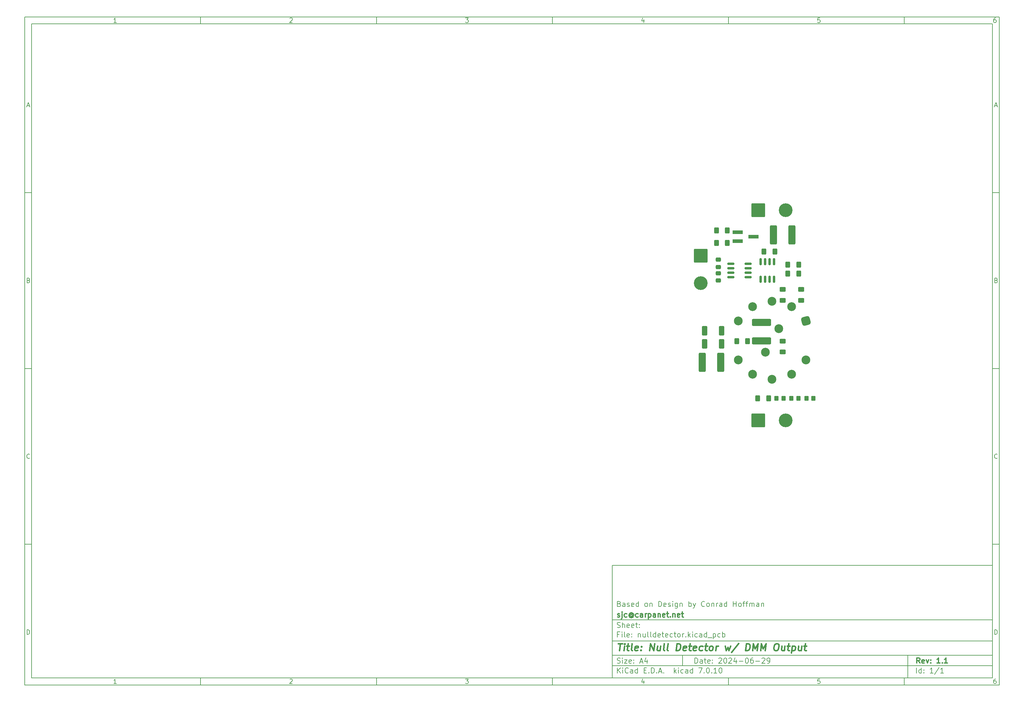
<source format=gbr>
%TF.GenerationSoftware,KiCad,Pcbnew,7.0.10*%
%TF.CreationDate,2024-07-02T22:36:04-04:00*%
%TF.ProjectId,nulldetector,6e756c6c-6465-4746-9563-746f722e6b69,1.1*%
%TF.SameCoordinates,Original*%
%TF.FileFunction,Soldermask,Top*%
%TF.FilePolarity,Negative*%
%FSLAX46Y46*%
G04 Gerber Fmt 4.6, Leading zero omitted, Abs format (unit mm)*
G04 Created by KiCad (PCBNEW 7.0.10) date 2024-07-02 22:36:04*
%MOMM*%
%LPD*%
G01*
G04 APERTURE LIST*
G04 Aperture macros list*
%AMRoundRect*
0 Rectangle with rounded corners*
0 $1 Rounding radius*
0 $2 $3 $4 $5 $6 $7 $8 $9 X,Y pos of 4 corners*
0 Add a 4 corners polygon primitive as box body*
4,1,4,$2,$3,$4,$5,$6,$7,$8,$9,$2,$3,0*
0 Add four circle primitives for the rounded corners*
1,1,$1+$1,$2,$3*
1,1,$1+$1,$4,$5*
1,1,$1+$1,$6,$7*
1,1,$1+$1,$8,$9*
0 Add four rect primitives between the rounded corners*
20,1,$1+$1,$2,$3,$4,$5,0*
20,1,$1+$1,$4,$5,$6,$7,0*
20,1,$1+$1,$6,$7,$8,$9,0*
20,1,$1+$1,$8,$9,$2,$3,0*%
G04 Aperture macros list end*
%ADD10C,0.100000*%
%ADD11C,0.150000*%
%ADD12C,0.300000*%
%ADD13C,0.400000*%
%ADD14RoundRect,0.250002X-1.699998X-1.699998X1.699998X-1.699998X1.699998X1.699998X-1.699998X1.699998X0*%
%ADD15C,3.900000*%
%ADD16RoundRect,0.250000X0.400000X0.625000X-0.400000X0.625000X-0.400000X-0.625000X0.400000X-0.625000X0*%
%ADD17RoundRect,0.250000X0.625000X-0.400000X0.625000X0.400000X-0.625000X0.400000X-0.625000X-0.400000X0*%
%ADD18RoundRect,0.250000X-0.400000X-0.625000X0.400000X-0.625000X0.400000X0.625000X-0.400000X0.625000X0*%
%ADD19RoundRect,0.150000X0.150000X-0.825000X0.150000X0.825000X-0.150000X0.825000X-0.150000X-0.825000X0*%
%ADD20RoundRect,0.249999X0.737501X2.450001X-0.737501X2.450001X-0.737501X-2.450001X0.737501X-2.450001X0*%
%ADD21R,3.000000X1.000000*%
%ADD22RoundRect,0.249999X2.450001X-0.737501X2.450001X0.737501X-2.450001X0.737501X-2.450001X-0.737501X0*%
%ADD23RoundRect,0.250000X-0.350000X-0.450000X0.350000X-0.450000X0.350000X0.450000X-0.350000X0.450000X0*%
%ADD24RoundRect,0.250000X-0.475000X0.337500X-0.475000X-0.337500X0.475000X-0.337500X0.475000X0.337500X0*%
%ADD25RoundRect,0.150000X0.825000X0.150000X-0.825000X0.150000X-0.825000X-0.150000X0.825000X-0.150000X0*%
%ADD26RoundRect,0.250002X-1.699998X1.699998X-1.699998X-1.699998X1.699998X-1.699998X1.699998X1.699998X0*%
%ADD27RoundRect,0.250000X-0.500000X-1.100000X0.500000X-1.100000X0.500000X1.100000X-0.500000X1.100000X0*%
%ADD28RoundRect,0.250000X0.500000X1.100000X-0.500000X1.100000X-0.500000X-1.100000X0.500000X-1.100000X0*%
%ADD29RoundRect,0.625000X0.441942X0.765466X-0.765466X0.441942X-0.441942X-0.765466X0.765466X-0.441942X0*%
%ADD30C,2.500000*%
G04 APERTURE END LIST*
D10*
D11*
X177002200Y-166007200D02*
X285002200Y-166007200D01*
X285002200Y-198007200D01*
X177002200Y-198007200D01*
X177002200Y-166007200D01*
D10*
D11*
X10000000Y-10000000D02*
X287002200Y-10000000D01*
X287002200Y-200007200D01*
X10000000Y-200007200D01*
X10000000Y-10000000D01*
D10*
D11*
X12000000Y-12000000D02*
X285002200Y-12000000D01*
X285002200Y-198007200D01*
X12000000Y-198007200D01*
X12000000Y-12000000D01*
D10*
D11*
X60000000Y-12000000D02*
X60000000Y-10000000D01*
D10*
D11*
X110000000Y-12000000D02*
X110000000Y-10000000D01*
D10*
D11*
X160000000Y-12000000D02*
X160000000Y-10000000D01*
D10*
D11*
X210000000Y-12000000D02*
X210000000Y-10000000D01*
D10*
D11*
X260000000Y-12000000D02*
X260000000Y-10000000D01*
D10*
D11*
X36089160Y-11593604D02*
X35346303Y-11593604D01*
X35717731Y-11593604D02*
X35717731Y-10293604D01*
X35717731Y-10293604D02*
X35593922Y-10479319D01*
X35593922Y-10479319D02*
X35470112Y-10603128D01*
X35470112Y-10603128D02*
X35346303Y-10665033D01*
D10*
D11*
X85346303Y-10417414D02*
X85408207Y-10355509D01*
X85408207Y-10355509D02*
X85532017Y-10293604D01*
X85532017Y-10293604D02*
X85841541Y-10293604D01*
X85841541Y-10293604D02*
X85965350Y-10355509D01*
X85965350Y-10355509D02*
X86027255Y-10417414D01*
X86027255Y-10417414D02*
X86089160Y-10541223D01*
X86089160Y-10541223D02*
X86089160Y-10665033D01*
X86089160Y-10665033D02*
X86027255Y-10850747D01*
X86027255Y-10850747D02*
X85284398Y-11593604D01*
X85284398Y-11593604D02*
X86089160Y-11593604D01*
D10*
D11*
X135284398Y-10293604D02*
X136089160Y-10293604D01*
X136089160Y-10293604D02*
X135655826Y-10788842D01*
X135655826Y-10788842D02*
X135841541Y-10788842D01*
X135841541Y-10788842D02*
X135965350Y-10850747D01*
X135965350Y-10850747D02*
X136027255Y-10912652D01*
X136027255Y-10912652D02*
X136089160Y-11036461D01*
X136089160Y-11036461D02*
X136089160Y-11345985D01*
X136089160Y-11345985D02*
X136027255Y-11469795D01*
X136027255Y-11469795D02*
X135965350Y-11531700D01*
X135965350Y-11531700D02*
X135841541Y-11593604D01*
X135841541Y-11593604D02*
X135470112Y-11593604D01*
X135470112Y-11593604D02*
X135346303Y-11531700D01*
X135346303Y-11531700D02*
X135284398Y-11469795D01*
D10*
D11*
X185965350Y-10726938D02*
X185965350Y-11593604D01*
X185655826Y-10231700D02*
X185346303Y-11160271D01*
X185346303Y-11160271D02*
X186151064Y-11160271D01*
D10*
D11*
X236027255Y-10293604D02*
X235408207Y-10293604D01*
X235408207Y-10293604D02*
X235346303Y-10912652D01*
X235346303Y-10912652D02*
X235408207Y-10850747D01*
X235408207Y-10850747D02*
X235532017Y-10788842D01*
X235532017Y-10788842D02*
X235841541Y-10788842D01*
X235841541Y-10788842D02*
X235965350Y-10850747D01*
X235965350Y-10850747D02*
X236027255Y-10912652D01*
X236027255Y-10912652D02*
X236089160Y-11036461D01*
X236089160Y-11036461D02*
X236089160Y-11345985D01*
X236089160Y-11345985D02*
X236027255Y-11469795D01*
X236027255Y-11469795D02*
X235965350Y-11531700D01*
X235965350Y-11531700D02*
X235841541Y-11593604D01*
X235841541Y-11593604D02*
X235532017Y-11593604D01*
X235532017Y-11593604D02*
X235408207Y-11531700D01*
X235408207Y-11531700D02*
X235346303Y-11469795D01*
D10*
D11*
X285965350Y-10293604D02*
X285717731Y-10293604D01*
X285717731Y-10293604D02*
X285593922Y-10355509D01*
X285593922Y-10355509D02*
X285532017Y-10417414D01*
X285532017Y-10417414D02*
X285408207Y-10603128D01*
X285408207Y-10603128D02*
X285346303Y-10850747D01*
X285346303Y-10850747D02*
X285346303Y-11345985D01*
X285346303Y-11345985D02*
X285408207Y-11469795D01*
X285408207Y-11469795D02*
X285470112Y-11531700D01*
X285470112Y-11531700D02*
X285593922Y-11593604D01*
X285593922Y-11593604D02*
X285841541Y-11593604D01*
X285841541Y-11593604D02*
X285965350Y-11531700D01*
X285965350Y-11531700D02*
X286027255Y-11469795D01*
X286027255Y-11469795D02*
X286089160Y-11345985D01*
X286089160Y-11345985D02*
X286089160Y-11036461D01*
X286089160Y-11036461D02*
X286027255Y-10912652D01*
X286027255Y-10912652D02*
X285965350Y-10850747D01*
X285965350Y-10850747D02*
X285841541Y-10788842D01*
X285841541Y-10788842D02*
X285593922Y-10788842D01*
X285593922Y-10788842D02*
X285470112Y-10850747D01*
X285470112Y-10850747D02*
X285408207Y-10912652D01*
X285408207Y-10912652D02*
X285346303Y-11036461D01*
D10*
D11*
X60000000Y-198007200D02*
X60000000Y-200007200D01*
D10*
D11*
X110000000Y-198007200D02*
X110000000Y-200007200D01*
D10*
D11*
X160000000Y-198007200D02*
X160000000Y-200007200D01*
D10*
D11*
X210000000Y-198007200D02*
X210000000Y-200007200D01*
D10*
D11*
X260000000Y-198007200D02*
X260000000Y-200007200D01*
D10*
D11*
X36089160Y-199600804D02*
X35346303Y-199600804D01*
X35717731Y-199600804D02*
X35717731Y-198300804D01*
X35717731Y-198300804D02*
X35593922Y-198486519D01*
X35593922Y-198486519D02*
X35470112Y-198610328D01*
X35470112Y-198610328D02*
X35346303Y-198672233D01*
D10*
D11*
X85346303Y-198424614D02*
X85408207Y-198362709D01*
X85408207Y-198362709D02*
X85532017Y-198300804D01*
X85532017Y-198300804D02*
X85841541Y-198300804D01*
X85841541Y-198300804D02*
X85965350Y-198362709D01*
X85965350Y-198362709D02*
X86027255Y-198424614D01*
X86027255Y-198424614D02*
X86089160Y-198548423D01*
X86089160Y-198548423D02*
X86089160Y-198672233D01*
X86089160Y-198672233D02*
X86027255Y-198857947D01*
X86027255Y-198857947D02*
X85284398Y-199600804D01*
X85284398Y-199600804D02*
X86089160Y-199600804D01*
D10*
D11*
X135284398Y-198300804D02*
X136089160Y-198300804D01*
X136089160Y-198300804D02*
X135655826Y-198796042D01*
X135655826Y-198796042D02*
X135841541Y-198796042D01*
X135841541Y-198796042D02*
X135965350Y-198857947D01*
X135965350Y-198857947D02*
X136027255Y-198919852D01*
X136027255Y-198919852D02*
X136089160Y-199043661D01*
X136089160Y-199043661D02*
X136089160Y-199353185D01*
X136089160Y-199353185D02*
X136027255Y-199476995D01*
X136027255Y-199476995D02*
X135965350Y-199538900D01*
X135965350Y-199538900D02*
X135841541Y-199600804D01*
X135841541Y-199600804D02*
X135470112Y-199600804D01*
X135470112Y-199600804D02*
X135346303Y-199538900D01*
X135346303Y-199538900D02*
X135284398Y-199476995D01*
D10*
D11*
X185965350Y-198734138D02*
X185965350Y-199600804D01*
X185655826Y-198238900D02*
X185346303Y-199167471D01*
X185346303Y-199167471D02*
X186151064Y-199167471D01*
D10*
D11*
X236027255Y-198300804D02*
X235408207Y-198300804D01*
X235408207Y-198300804D02*
X235346303Y-198919852D01*
X235346303Y-198919852D02*
X235408207Y-198857947D01*
X235408207Y-198857947D02*
X235532017Y-198796042D01*
X235532017Y-198796042D02*
X235841541Y-198796042D01*
X235841541Y-198796042D02*
X235965350Y-198857947D01*
X235965350Y-198857947D02*
X236027255Y-198919852D01*
X236027255Y-198919852D02*
X236089160Y-199043661D01*
X236089160Y-199043661D02*
X236089160Y-199353185D01*
X236089160Y-199353185D02*
X236027255Y-199476995D01*
X236027255Y-199476995D02*
X235965350Y-199538900D01*
X235965350Y-199538900D02*
X235841541Y-199600804D01*
X235841541Y-199600804D02*
X235532017Y-199600804D01*
X235532017Y-199600804D02*
X235408207Y-199538900D01*
X235408207Y-199538900D02*
X235346303Y-199476995D01*
D10*
D11*
X285965350Y-198300804D02*
X285717731Y-198300804D01*
X285717731Y-198300804D02*
X285593922Y-198362709D01*
X285593922Y-198362709D02*
X285532017Y-198424614D01*
X285532017Y-198424614D02*
X285408207Y-198610328D01*
X285408207Y-198610328D02*
X285346303Y-198857947D01*
X285346303Y-198857947D02*
X285346303Y-199353185D01*
X285346303Y-199353185D02*
X285408207Y-199476995D01*
X285408207Y-199476995D02*
X285470112Y-199538900D01*
X285470112Y-199538900D02*
X285593922Y-199600804D01*
X285593922Y-199600804D02*
X285841541Y-199600804D01*
X285841541Y-199600804D02*
X285965350Y-199538900D01*
X285965350Y-199538900D02*
X286027255Y-199476995D01*
X286027255Y-199476995D02*
X286089160Y-199353185D01*
X286089160Y-199353185D02*
X286089160Y-199043661D01*
X286089160Y-199043661D02*
X286027255Y-198919852D01*
X286027255Y-198919852D02*
X285965350Y-198857947D01*
X285965350Y-198857947D02*
X285841541Y-198796042D01*
X285841541Y-198796042D02*
X285593922Y-198796042D01*
X285593922Y-198796042D02*
X285470112Y-198857947D01*
X285470112Y-198857947D02*
X285408207Y-198919852D01*
X285408207Y-198919852D02*
X285346303Y-199043661D01*
D10*
D11*
X10000000Y-60000000D02*
X12000000Y-60000000D01*
D10*
D11*
X10000000Y-110000000D02*
X12000000Y-110000000D01*
D10*
D11*
X10000000Y-160000000D02*
X12000000Y-160000000D01*
D10*
D11*
X10690476Y-35222176D02*
X11309523Y-35222176D01*
X10566666Y-35593604D02*
X10999999Y-34293604D01*
X10999999Y-34293604D02*
X11433333Y-35593604D01*
D10*
D11*
X11092857Y-84912652D02*
X11278571Y-84974557D01*
X11278571Y-84974557D02*
X11340476Y-85036461D01*
X11340476Y-85036461D02*
X11402380Y-85160271D01*
X11402380Y-85160271D02*
X11402380Y-85345985D01*
X11402380Y-85345985D02*
X11340476Y-85469795D01*
X11340476Y-85469795D02*
X11278571Y-85531700D01*
X11278571Y-85531700D02*
X11154761Y-85593604D01*
X11154761Y-85593604D02*
X10659523Y-85593604D01*
X10659523Y-85593604D02*
X10659523Y-84293604D01*
X10659523Y-84293604D02*
X11092857Y-84293604D01*
X11092857Y-84293604D02*
X11216666Y-84355509D01*
X11216666Y-84355509D02*
X11278571Y-84417414D01*
X11278571Y-84417414D02*
X11340476Y-84541223D01*
X11340476Y-84541223D02*
X11340476Y-84665033D01*
X11340476Y-84665033D02*
X11278571Y-84788842D01*
X11278571Y-84788842D02*
X11216666Y-84850747D01*
X11216666Y-84850747D02*
X11092857Y-84912652D01*
X11092857Y-84912652D02*
X10659523Y-84912652D01*
D10*
D11*
X11402380Y-135469795D02*
X11340476Y-135531700D01*
X11340476Y-135531700D02*
X11154761Y-135593604D01*
X11154761Y-135593604D02*
X11030952Y-135593604D01*
X11030952Y-135593604D02*
X10845238Y-135531700D01*
X10845238Y-135531700D02*
X10721428Y-135407890D01*
X10721428Y-135407890D02*
X10659523Y-135284080D01*
X10659523Y-135284080D02*
X10597619Y-135036461D01*
X10597619Y-135036461D02*
X10597619Y-134850747D01*
X10597619Y-134850747D02*
X10659523Y-134603128D01*
X10659523Y-134603128D02*
X10721428Y-134479319D01*
X10721428Y-134479319D02*
X10845238Y-134355509D01*
X10845238Y-134355509D02*
X11030952Y-134293604D01*
X11030952Y-134293604D02*
X11154761Y-134293604D01*
X11154761Y-134293604D02*
X11340476Y-134355509D01*
X11340476Y-134355509D02*
X11402380Y-134417414D01*
D10*
D11*
X10659523Y-185593604D02*
X10659523Y-184293604D01*
X10659523Y-184293604D02*
X10969047Y-184293604D01*
X10969047Y-184293604D02*
X11154761Y-184355509D01*
X11154761Y-184355509D02*
X11278571Y-184479319D01*
X11278571Y-184479319D02*
X11340476Y-184603128D01*
X11340476Y-184603128D02*
X11402380Y-184850747D01*
X11402380Y-184850747D02*
X11402380Y-185036461D01*
X11402380Y-185036461D02*
X11340476Y-185284080D01*
X11340476Y-185284080D02*
X11278571Y-185407890D01*
X11278571Y-185407890D02*
X11154761Y-185531700D01*
X11154761Y-185531700D02*
X10969047Y-185593604D01*
X10969047Y-185593604D02*
X10659523Y-185593604D01*
D10*
D11*
X287002200Y-60000000D02*
X285002200Y-60000000D01*
D10*
D11*
X287002200Y-110000000D02*
X285002200Y-110000000D01*
D10*
D11*
X287002200Y-160000000D02*
X285002200Y-160000000D01*
D10*
D11*
X285692676Y-35222176D02*
X286311723Y-35222176D01*
X285568866Y-35593604D02*
X286002199Y-34293604D01*
X286002199Y-34293604D02*
X286435533Y-35593604D01*
D10*
D11*
X286095057Y-84912652D02*
X286280771Y-84974557D01*
X286280771Y-84974557D02*
X286342676Y-85036461D01*
X286342676Y-85036461D02*
X286404580Y-85160271D01*
X286404580Y-85160271D02*
X286404580Y-85345985D01*
X286404580Y-85345985D02*
X286342676Y-85469795D01*
X286342676Y-85469795D02*
X286280771Y-85531700D01*
X286280771Y-85531700D02*
X286156961Y-85593604D01*
X286156961Y-85593604D02*
X285661723Y-85593604D01*
X285661723Y-85593604D02*
X285661723Y-84293604D01*
X285661723Y-84293604D02*
X286095057Y-84293604D01*
X286095057Y-84293604D02*
X286218866Y-84355509D01*
X286218866Y-84355509D02*
X286280771Y-84417414D01*
X286280771Y-84417414D02*
X286342676Y-84541223D01*
X286342676Y-84541223D02*
X286342676Y-84665033D01*
X286342676Y-84665033D02*
X286280771Y-84788842D01*
X286280771Y-84788842D02*
X286218866Y-84850747D01*
X286218866Y-84850747D02*
X286095057Y-84912652D01*
X286095057Y-84912652D02*
X285661723Y-84912652D01*
D10*
D11*
X286404580Y-135469795D02*
X286342676Y-135531700D01*
X286342676Y-135531700D02*
X286156961Y-135593604D01*
X286156961Y-135593604D02*
X286033152Y-135593604D01*
X286033152Y-135593604D02*
X285847438Y-135531700D01*
X285847438Y-135531700D02*
X285723628Y-135407890D01*
X285723628Y-135407890D02*
X285661723Y-135284080D01*
X285661723Y-135284080D02*
X285599819Y-135036461D01*
X285599819Y-135036461D02*
X285599819Y-134850747D01*
X285599819Y-134850747D02*
X285661723Y-134603128D01*
X285661723Y-134603128D02*
X285723628Y-134479319D01*
X285723628Y-134479319D02*
X285847438Y-134355509D01*
X285847438Y-134355509D02*
X286033152Y-134293604D01*
X286033152Y-134293604D02*
X286156961Y-134293604D01*
X286156961Y-134293604D02*
X286342676Y-134355509D01*
X286342676Y-134355509D02*
X286404580Y-134417414D01*
D10*
D11*
X285661723Y-185593604D02*
X285661723Y-184293604D01*
X285661723Y-184293604D02*
X285971247Y-184293604D01*
X285971247Y-184293604D02*
X286156961Y-184355509D01*
X286156961Y-184355509D02*
X286280771Y-184479319D01*
X286280771Y-184479319D02*
X286342676Y-184603128D01*
X286342676Y-184603128D02*
X286404580Y-184850747D01*
X286404580Y-184850747D02*
X286404580Y-185036461D01*
X286404580Y-185036461D02*
X286342676Y-185284080D01*
X286342676Y-185284080D02*
X286280771Y-185407890D01*
X286280771Y-185407890D02*
X286156961Y-185531700D01*
X286156961Y-185531700D02*
X285971247Y-185593604D01*
X285971247Y-185593604D02*
X285661723Y-185593604D01*
D10*
D11*
X200458026Y-193793328D02*
X200458026Y-192293328D01*
X200458026Y-192293328D02*
X200815169Y-192293328D01*
X200815169Y-192293328D02*
X201029455Y-192364757D01*
X201029455Y-192364757D02*
X201172312Y-192507614D01*
X201172312Y-192507614D02*
X201243741Y-192650471D01*
X201243741Y-192650471D02*
X201315169Y-192936185D01*
X201315169Y-192936185D02*
X201315169Y-193150471D01*
X201315169Y-193150471D02*
X201243741Y-193436185D01*
X201243741Y-193436185D02*
X201172312Y-193579042D01*
X201172312Y-193579042D02*
X201029455Y-193721900D01*
X201029455Y-193721900D02*
X200815169Y-193793328D01*
X200815169Y-193793328D02*
X200458026Y-193793328D01*
X202600884Y-193793328D02*
X202600884Y-193007614D01*
X202600884Y-193007614D02*
X202529455Y-192864757D01*
X202529455Y-192864757D02*
X202386598Y-192793328D01*
X202386598Y-192793328D02*
X202100884Y-192793328D01*
X202100884Y-192793328D02*
X201958026Y-192864757D01*
X202600884Y-193721900D02*
X202458026Y-193793328D01*
X202458026Y-193793328D02*
X202100884Y-193793328D01*
X202100884Y-193793328D02*
X201958026Y-193721900D01*
X201958026Y-193721900D02*
X201886598Y-193579042D01*
X201886598Y-193579042D02*
X201886598Y-193436185D01*
X201886598Y-193436185D02*
X201958026Y-193293328D01*
X201958026Y-193293328D02*
X202100884Y-193221900D01*
X202100884Y-193221900D02*
X202458026Y-193221900D01*
X202458026Y-193221900D02*
X202600884Y-193150471D01*
X203100884Y-192793328D02*
X203672312Y-192793328D01*
X203315169Y-192293328D02*
X203315169Y-193579042D01*
X203315169Y-193579042D02*
X203386598Y-193721900D01*
X203386598Y-193721900D02*
X203529455Y-193793328D01*
X203529455Y-193793328D02*
X203672312Y-193793328D01*
X204743741Y-193721900D02*
X204600884Y-193793328D01*
X204600884Y-193793328D02*
X204315170Y-193793328D01*
X204315170Y-193793328D02*
X204172312Y-193721900D01*
X204172312Y-193721900D02*
X204100884Y-193579042D01*
X204100884Y-193579042D02*
X204100884Y-193007614D01*
X204100884Y-193007614D02*
X204172312Y-192864757D01*
X204172312Y-192864757D02*
X204315170Y-192793328D01*
X204315170Y-192793328D02*
X204600884Y-192793328D01*
X204600884Y-192793328D02*
X204743741Y-192864757D01*
X204743741Y-192864757D02*
X204815170Y-193007614D01*
X204815170Y-193007614D02*
X204815170Y-193150471D01*
X204815170Y-193150471D02*
X204100884Y-193293328D01*
X205458026Y-193650471D02*
X205529455Y-193721900D01*
X205529455Y-193721900D02*
X205458026Y-193793328D01*
X205458026Y-193793328D02*
X205386598Y-193721900D01*
X205386598Y-193721900D02*
X205458026Y-193650471D01*
X205458026Y-193650471D02*
X205458026Y-193793328D01*
X205458026Y-192864757D02*
X205529455Y-192936185D01*
X205529455Y-192936185D02*
X205458026Y-193007614D01*
X205458026Y-193007614D02*
X205386598Y-192936185D01*
X205386598Y-192936185D02*
X205458026Y-192864757D01*
X205458026Y-192864757D02*
X205458026Y-193007614D01*
X207243741Y-192436185D02*
X207315169Y-192364757D01*
X207315169Y-192364757D02*
X207458027Y-192293328D01*
X207458027Y-192293328D02*
X207815169Y-192293328D01*
X207815169Y-192293328D02*
X207958027Y-192364757D01*
X207958027Y-192364757D02*
X208029455Y-192436185D01*
X208029455Y-192436185D02*
X208100884Y-192579042D01*
X208100884Y-192579042D02*
X208100884Y-192721900D01*
X208100884Y-192721900D02*
X208029455Y-192936185D01*
X208029455Y-192936185D02*
X207172312Y-193793328D01*
X207172312Y-193793328D02*
X208100884Y-193793328D01*
X209029455Y-192293328D02*
X209172312Y-192293328D01*
X209172312Y-192293328D02*
X209315169Y-192364757D01*
X209315169Y-192364757D02*
X209386598Y-192436185D01*
X209386598Y-192436185D02*
X209458026Y-192579042D01*
X209458026Y-192579042D02*
X209529455Y-192864757D01*
X209529455Y-192864757D02*
X209529455Y-193221900D01*
X209529455Y-193221900D02*
X209458026Y-193507614D01*
X209458026Y-193507614D02*
X209386598Y-193650471D01*
X209386598Y-193650471D02*
X209315169Y-193721900D01*
X209315169Y-193721900D02*
X209172312Y-193793328D01*
X209172312Y-193793328D02*
X209029455Y-193793328D01*
X209029455Y-193793328D02*
X208886598Y-193721900D01*
X208886598Y-193721900D02*
X208815169Y-193650471D01*
X208815169Y-193650471D02*
X208743740Y-193507614D01*
X208743740Y-193507614D02*
X208672312Y-193221900D01*
X208672312Y-193221900D02*
X208672312Y-192864757D01*
X208672312Y-192864757D02*
X208743740Y-192579042D01*
X208743740Y-192579042D02*
X208815169Y-192436185D01*
X208815169Y-192436185D02*
X208886598Y-192364757D01*
X208886598Y-192364757D02*
X209029455Y-192293328D01*
X210100883Y-192436185D02*
X210172311Y-192364757D01*
X210172311Y-192364757D02*
X210315169Y-192293328D01*
X210315169Y-192293328D02*
X210672311Y-192293328D01*
X210672311Y-192293328D02*
X210815169Y-192364757D01*
X210815169Y-192364757D02*
X210886597Y-192436185D01*
X210886597Y-192436185D02*
X210958026Y-192579042D01*
X210958026Y-192579042D02*
X210958026Y-192721900D01*
X210958026Y-192721900D02*
X210886597Y-192936185D01*
X210886597Y-192936185D02*
X210029454Y-193793328D01*
X210029454Y-193793328D02*
X210958026Y-193793328D01*
X212243740Y-192793328D02*
X212243740Y-193793328D01*
X211886597Y-192221900D02*
X211529454Y-193293328D01*
X211529454Y-193293328D02*
X212458025Y-193293328D01*
X213029453Y-193221900D02*
X214172311Y-193221900D01*
X215172311Y-192293328D02*
X215315168Y-192293328D01*
X215315168Y-192293328D02*
X215458025Y-192364757D01*
X215458025Y-192364757D02*
X215529454Y-192436185D01*
X215529454Y-192436185D02*
X215600882Y-192579042D01*
X215600882Y-192579042D02*
X215672311Y-192864757D01*
X215672311Y-192864757D02*
X215672311Y-193221900D01*
X215672311Y-193221900D02*
X215600882Y-193507614D01*
X215600882Y-193507614D02*
X215529454Y-193650471D01*
X215529454Y-193650471D02*
X215458025Y-193721900D01*
X215458025Y-193721900D02*
X215315168Y-193793328D01*
X215315168Y-193793328D02*
X215172311Y-193793328D01*
X215172311Y-193793328D02*
X215029454Y-193721900D01*
X215029454Y-193721900D02*
X214958025Y-193650471D01*
X214958025Y-193650471D02*
X214886596Y-193507614D01*
X214886596Y-193507614D02*
X214815168Y-193221900D01*
X214815168Y-193221900D02*
X214815168Y-192864757D01*
X214815168Y-192864757D02*
X214886596Y-192579042D01*
X214886596Y-192579042D02*
X214958025Y-192436185D01*
X214958025Y-192436185D02*
X215029454Y-192364757D01*
X215029454Y-192364757D02*
X215172311Y-192293328D01*
X216958025Y-192293328D02*
X216672310Y-192293328D01*
X216672310Y-192293328D02*
X216529453Y-192364757D01*
X216529453Y-192364757D02*
X216458025Y-192436185D01*
X216458025Y-192436185D02*
X216315167Y-192650471D01*
X216315167Y-192650471D02*
X216243739Y-192936185D01*
X216243739Y-192936185D02*
X216243739Y-193507614D01*
X216243739Y-193507614D02*
X216315167Y-193650471D01*
X216315167Y-193650471D02*
X216386596Y-193721900D01*
X216386596Y-193721900D02*
X216529453Y-193793328D01*
X216529453Y-193793328D02*
X216815167Y-193793328D01*
X216815167Y-193793328D02*
X216958025Y-193721900D01*
X216958025Y-193721900D02*
X217029453Y-193650471D01*
X217029453Y-193650471D02*
X217100882Y-193507614D01*
X217100882Y-193507614D02*
X217100882Y-193150471D01*
X217100882Y-193150471D02*
X217029453Y-193007614D01*
X217029453Y-193007614D02*
X216958025Y-192936185D01*
X216958025Y-192936185D02*
X216815167Y-192864757D01*
X216815167Y-192864757D02*
X216529453Y-192864757D01*
X216529453Y-192864757D02*
X216386596Y-192936185D01*
X216386596Y-192936185D02*
X216315167Y-193007614D01*
X216315167Y-193007614D02*
X216243739Y-193150471D01*
X217743738Y-193221900D02*
X218886596Y-193221900D01*
X219529453Y-192436185D02*
X219600881Y-192364757D01*
X219600881Y-192364757D02*
X219743739Y-192293328D01*
X219743739Y-192293328D02*
X220100881Y-192293328D01*
X220100881Y-192293328D02*
X220243739Y-192364757D01*
X220243739Y-192364757D02*
X220315167Y-192436185D01*
X220315167Y-192436185D02*
X220386596Y-192579042D01*
X220386596Y-192579042D02*
X220386596Y-192721900D01*
X220386596Y-192721900D02*
X220315167Y-192936185D01*
X220315167Y-192936185D02*
X219458024Y-193793328D01*
X219458024Y-193793328D02*
X220386596Y-193793328D01*
X221100881Y-193793328D02*
X221386595Y-193793328D01*
X221386595Y-193793328D02*
X221529452Y-193721900D01*
X221529452Y-193721900D02*
X221600881Y-193650471D01*
X221600881Y-193650471D02*
X221743738Y-193436185D01*
X221743738Y-193436185D02*
X221815167Y-193150471D01*
X221815167Y-193150471D02*
X221815167Y-192579042D01*
X221815167Y-192579042D02*
X221743738Y-192436185D01*
X221743738Y-192436185D02*
X221672310Y-192364757D01*
X221672310Y-192364757D02*
X221529452Y-192293328D01*
X221529452Y-192293328D02*
X221243738Y-192293328D01*
X221243738Y-192293328D02*
X221100881Y-192364757D01*
X221100881Y-192364757D02*
X221029452Y-192436185D01*
X221029452Y-192436185D02*
X220958024Y-192579042D01*
X220958024Y-192579042D02*
X220958024Y-192936185D01*
X220958024Y-192936185D02*
X221029452Y-193079042D01*
X221029452Y-193079042D02*
X221100881Y-193150471D01*
X221100881Y-193150471D02*
X221243738Y-193221900D01*
X221243738Y-193221900D02*
X221529452Y-193221900D01*
X221529452Y-193221900D02*
X221672310Y-193150471D01*
X221672310Y-193150471D02*
X221743738Y-193079042D01*
X221743738Y-193079042D02*
X221815167Y-192936185D01*
D10*
D11*
X177002200Y-194507200D02*
X285002200Y-194507200D01*
D10*
D11*
X178458026Y-196593328D02*
X178458026Y-195093328D01*
X179315169Y-196593328D02*
X178672312Y-195736185D01*
X179315169Y-195093328D02*
X178458026Y-195950471D01*
X179958026Y-196593328D02*
X179958026Y-195593328D01*
X179958026Y-195093328D02*
X179886598Y-195164757D01*
X179886598Y-195164757D02*
X179958026Y-195236185D01*
X179958026Y-195236185D02*
X180029455Y-195164757D01*
X180029455Y-195164757D02*
X179958026Y-195093328D01*
X179958026Y-195093328D02*
X179958026Y-195236185D01*
X181529455Y-196450471D02*
X181458027Y-196521900D01*
X181458027Y-196521900D02*
X181243741Y-196593328D01*
X181243741Y-196593328D02*
X181100884Y-196593328D01*
X181100884Y-196593328D02*
X180886598Y-196521900D01*
X180886598Y-196521900D02*
X180743741Y-196379042D01*
X180743741Y-196379042D02*
X180672312Y-196236185D01*
X180672312Y-196236185D02*
X180600884Y-195950471D01*
X180600884Y-195950471D02*
X180600884Y-195736185D01*
X180600884Y-195736185D02*
X180672312Y-195450471D01*
X180672312Y-195450471D02*
X180743741Y-195307614D01*
X180743741Y-195307614D02*
X180886598Y-195164757D01*
X180886598Y-195164757D02*
X181100884Y-195093328D01*
X181100884Y-195093328D02*
X181243741Y-195093328D01*
X181243741Y-195093328D02*
X181458027Y-195164757D01*
X181458027Y-195164757D02*
X181529455Y-195236185D01*
X182815170Y-196593328D02*
X182815170Y-195807614D01*
X182815170Y-195807614D02*
X182743741Y-195664757D01*
X182743741Y-195664757D02*
X182600884Y-195593328D01*
X182600884Y-195593328D02*
X182315170Y-195593328D01*
X182315170Y-195593328D02*
X182172312Y-195664757D01*
X182815170Y-196521900D02*
X182672312Y-196593328D01*
X182672312Y-196593328D02*
X182315170Y-196593328D01*
X182315170Y-196593328D02*
X182172312Y-196521900D01*
X182172312Y-196521900D02*
X182100884Y-196379042D01*
X182100884Y-196379042D02*
X182100884Y-196236185D01*
X182100884Y-196236185D02*
X182172312Y-196093328D01*
X182172312Y-196093328D02*
X182315170Y-196021900D01*
X182315170Y-196021900D02*
X182672312Y-196021900D01*
X182672312Y-196021900D02*
X182815170Y-195950471D01*
X184172313Y-196593328D02*
X184172313Y-195093328D01*
X184172313Y-196521900D02*
X184029455Y-196593328D01*
X184029455Y-196593328D02*
X183743741Y-196593328D01*
X183743741Y-196593328D02*
X183600884Y-196521900D01*
X183600884Y-196521900D02*
X183529455Y-196450471D01*
X183529455Y-196450471D02*
X183458027Y-196307614D01*
X183458027Y-196307614D02*
X183458027Y-195879042D01*
X183458027Y-195879042D02*
X183529455Y-195736185D01*
X183529455Y-195736185D02*
X183600884Y-195664757D01*
X183600884Y-195664757D02*
X183743741Y-195593328D01*
X183743741Y-195593328D02*
X184029455Y-195593328D01*
X184029455Y-195593328D02*
X184172313Y-195664757D01*
X186029455Y-195807614D02*
X186529455Y-195807614D01*
X186743741Y-196593328D02*
X186029455Y-196593328D01*
X186029455Y-196593328D02*
X186029455Y-195093328D01*
X186029455Y-195093328D02*
X186743741Y-195093328D01*
X187386598Y-196450471D02*
X187458027Y-196521900D01*
X187458027Y-196521900D02*
X187386598Y-196593328D01*
X187386598Y-196593328D02*
X187315170Y-196521900D01*
X187315170Y-196521900D02*
X187386598Y-196450471D01*
X187386598Y-196450471D02*
X187386598Y-196593328D01*
X188100884Y-196593328D02*
X188100884Y-195093328D01*
X188100884Y-195093328D02*
X188458027Y-195093328D01*
X188458027Y-195093328D02*
X188672313Y-195164757D01*
X188672313Y-195164757D02*
X188815170Y-195307614D01*
X188815170Y-195307614D02*
X188886599Y-195450471D01*
X188886599Y-195450471D02*
X188958027Y-195736185D01*
X188958027Y-195736185D02*
X188958027Y-195950471D01*
X188958027Y-195950471D02*
X188886599Y-196236185D01*
X188886599Y-196236185D02*
X188815170Y-196379042D01*
X188815170Y-196379042D02*
X188672313Y-196521900D01*
X188672313Y-196521900D02*
X188458027Y-196593328D01*
X188458027Y-196593328D02*
X188100884Y-196593328D01*
X189600884Y-196450471D02*
X189672313Y-196521900D01*
X189672313Y-196521900D02*
X189600884Y-196593328D01*
X189600884Y-196593328D02*
X189529456Y-196521900D01*
X189529456Y-196521900D02*
X189600884Y-196450471D01*
X189600884Y-196450471D02*
X189600884Y-196593328D01*
X190243742Y-196164757D02*
X190958028Y-196164757D01*
X190100885Y-196593328D02*
X190600885Y-195093328D01*
X190600885Y-195093328D02*
X191100885Y-196593328D01*
X191600884Y-196450471D02*
X191672313Y-196521900D01*
X191672313Y-196521900D02*
X191600884Y-196593328D01*
X191600884Y-196593328D02*
X191529456Y-196521900D01*
X191529456Y-196521900D02*
X191600884Y-196450471D01*
X191600884Y-196450471D02*
X191600884Y-196593328D01*
X194600884Y-196593328D02*
X194600884Y-195093328D01*
X194743742Y-196021900D02*
X195172313Y-196593328D01*
X195172313Y-195593328D02*
X194600884Y-196164757D01*
X195815170Y-196593328D02*
X195815170Y-195593328D01*
X195815170Y-195093328D02*
X195743742Y-195164757D01*
X195743742Y-195164757D02*
X195815170Y-195236185D01*
X195815170Y-195236185D02*
X195886599Y-195164757D01*
X195886599Y-195164757D02*
X195815170Y-195093328D01*
X195815170Y-195093328D02*
X195815170Y-195236185D01*
X197172314Y-196521900D02*
X197029456Y-196593328D01*
X197029456Y-196593328D02*
X196743742Y-196593328D01*
X196743742Y-196593328D02*
X196600885Y-196521900D01*
X196600885Y-196521900D02*
X196529456Y-196450471D01*
X196529456Y-196450471D02*
X196458028Y-196307614D01*
X196458028Y-196307614D02*
X196458028Y-195879042D01*
X196458028Y-195879042D02*
X196529456Y-195736185D01*
X196529456Y-195736185D02*
X196600885Y-195664757D01*
X196600885Y-195664757D02*
X196743742Y-195593328D01*
X196743742Y-195593328D02*
X197029456Y-195593328D01*
X197029456Y-195593328D02*
X197172314Y-195664757D01*
X198458028Y-196593328D02*
X198458028Y-195807614D01*
X198458028Y-195807614D02*
X198386599Y-195664757D01*
X198386599Y-195664757D02*
X198243742Y-195593328D01*
X198243742Y-195593328D02*
X197958028Y-195593328D01*
X197958028Y-195593328D02*
X197815170Y-195664757D01*
X198458028Y-196521900D02*
X198315170Y-196593328D01*
X198315170Y-196593328D02*
X197958028Y-196593328D01*
X197958028Y-196593328D02*
X197815170Y-196521900D01*
X197815170Y-196521900D02*
X197743742Y-196379042D01*
X197743742Y-196379042D02*
X197743742Y-196236185D01*
X197743742Y-196236185D02*
X197815170Y-196093328D01*
X197815170Y-196093328D02*
X197958028Y-196021900D01*
X197958028Y-196021900D02*
X198315170Y-196021900D01*
X198315170Y-196021900D02*
X198458028Y-195950471D01*
X199815171Y-196593328D02*
X199815171Y-195093328D01*
X199815171Y-196521900D02*
X199672313Y-196593328D01*
X199672313Y-196593328D02*
X199386599Y-196593328D01*
X199386599Y-196593328D02*
X199243742Y-196521900D01*
X199243742Y-196521900D02*
X199172313Y-196450471D01*
X199172313Y-196450471D02*
X199100885Y-196307614D01*
X199100885Y-196307614D02*
X199100885Y-195879042D01*
X199100885Y-195879042D02*
X199172313Y-195736185D01*
X199172313Y-195736185D02*
X199243742Y-195664757D01*
X199243742Y-195664757D02*
X199386599Y-195593328D01*
X199386599Y-195593328D02*
X199672313Y-195593328D01*
X199672313Y-195593328D02*
X199815171Y-195664757D01*
X201529456Y-195093328D02*
X202529456Y-195093328D01*
X202529456Y-195093328D02*
X201886599Y-196593328D01*
X203100884Y-196450471D02*
X203172313Y-196521900D01*
X203172313Y-196521900D02*
X203100884Y-196593328D01*
X203100884Y-196593328D02*
X203029456Y-196521900D01*
X203029456Y-196521900D02*
X203100884Y-196450471D01*
X203100884Y-196450471D02*
X203100884Y-196593328D01*
X204100885Y-195093328D02*
X204243742Y-195093328D01*
X204243742Y-195093328D02*
X204386599Y-195164757D01*
X204386599Y-195164757D02*
X204458028Y-195236185D01*
X204458028Y-195236185D02*
X204529456Y-195379042D01*
X204529456Y-195379042D02*
X204600885Y-195664757D01*
X204600885Y-195664757D02*
X204600885Y-196021900D01*
X204600885Y-196021900D02*
X204529456Y-196307614D01*
X204529456Y-196307614D02*
X204458028Y-196450471D01*
X204458028Y-196450471D02*
X204386599Y-196521900D01*
X204386599Y-196521900D02*
X204243742Y-196593328D01*
X204243742Y-196593328D02*
X204100885Y-196593328D01*
X204100885Y-196593328D02*
X203958028Y-196521900D01*
X203958028Y-196521900D02*
X203886599Y-196450471D01*
X203886599Y-196450471D02*
X203815170Y-196307614D01*
X203815170Y-196307614D02*
X203743742Y-196021900D01*
X203743742Y-196021900D02*
X203743742Y-195664757D01*
X203743742Y-195664757D02*
X203815170Y-195379042D01*
X203815170Y-195379042D02*
X203886599Y-195236185D01*
X203886599Y-195236185D02*
X203958028Y-195164757D01*
X203958028Y-195164757D02*
X204100885Y-195093328D01*
X205243741Y-196450471D02*
X205315170Y-196521900D01*
X205315170Y-196521900D02*
X205243741Y-196593328D01*
X205243741Y-196593328D02*
X205172313Y-196521900D01*
X205172313Y-196521900D02*
X205243741Y-196450471D01*
X205243741Y-196450471D02*
X205243741Y-196593328D01*
X206743742Y-196593328D02*
X205886599Y-196593328D01*
X206315170Y-196593328D02*
X206315170Y-195093328D01*
X206315170Y-195093328D02*
X206172313Y-195307614D01*
X206172313Y-195307614D02*
X206029456Y-195450471D01*
X206029456Y-195450471D02*
X205886599Y-195521900D01*
X207672313Y-195093328D02*
X207815170Y-195093328D01*
X207815170Y-195093328D02*
X207958027Y-195164757D01*
X207958027Y-195164757D02*
X208029456Y-195236185D01*
X208029456Y-195236185D02*
X208100884Y-195379042D01*
X208100884Y-195379042D02*
X208172313Y-195664757D01*
X208172313Y-195664757D02*
X208172313Y-196021900D01*
X208172313Y-196021900D02*
X208100884Y-196307614D01*
X208100884Y-196307614D02*
X208029456Y-196450471D01*
X208029456Y-196450471D02*
X207958027Y-196521900D01*
X207958027Y-196521900D02*
X207815170Y-196593328D01*
X207815170Y-196593328D02*
X207672313Y-196593328D01*
X207672313Y-196593328D02*
X207529456Y-196521900D01*
X207529456Y-196521900D02*
X207458027Y-196450471D01*
X207458027Y-196450471D02*
X207386598Y-196307614D01*
X207386598Y-196307614D02*
X207315170Y-196021900D01*
X207315170Y-196021900D02*
X207315170Y-195664757D01*
X207315170Y-195664757D02*
X207386598Y-195379042D01*
X207386598Y-195379042D02*
X207458027Y-195236185D01*
X207458027Y-195236185D02*
X207529456Y-195164757D01*
X207529456Y-195164757D02*
X207672313Y-195093328D01*
D10*
D11*
X177002200Y-191507200D02*
X285002200Y-191507200D01*
D10*
D12*
X264413853Y-193785528D02*
X263913853Y-193071242D01*
X263556710Y-193785528D02*
X263556710Y-192285528D01*
X263556710Y-192285528D02*
X264128139Y-192285528D01*
X264128139Y-192285528D02*
X264270996Y-192356957D01*
X264270996Y-192356957D02*
X264342425Y-192428385D01*
X264342425Y-192428385D02*
X264413853Y-192571242D01*
X264413853Y-192571242D02*
X264413853Y-192785528D01*
X264413853Y-192785528D02*
X264342425Y-192928385D01*
X264342425Y-192928385D02*
X264270996Y-192999814D01*
X264270996Y-192999814D02*
X264128139Y-193071242D01*
X264128139Y-193071242D02*
X263556710Y-193071242D01*
X265628139Y-193714100D02*
X265485282Y-193785528D01*
X265485282Y-193785528D02*
X265199568Y-193785528D01*
X265199568Y-193785528D02*
X265056710Y-193714100D01*
X265056710Y-193714100D02*
X264985282Y-193571242D01*
X264985282Y-193571242D02*
X264985282Y-192999814D01*
X264985282Y-192999814D02*
X265056710Y-192856957D01*
X265056710Y-192856957D02*
X265199568Y-192785528D01*
X265199568Y-192785528D02*
X265485282Y-192785528D01*
X265485282Y-192785528D02*
X265628139Y-192856957D01*
X265628139Y-192856957D02*
X265699568Y-192999814D01*
X265699568Y-192999814D02*
X265699568Y-193142671D01*
X265699568Y-193142671D02*
X264985282Y-193285528D01*
X266199567Y-192785528D02*
X266556710Y-193785528D01*
X266556710Y-193785528D02*
X266913853Y-192785528D01*
X267485281Y-193642671D02*
X267556710Y-193714100D01*
X267556710Y-193714100D02*
X267485281Y-193785528D01*
X267485281Y-193785528D02*
X267413853Y-193714100D01*
X267413853Y-193714100D02*
X267485281Y-193642671D01*
X267485281Y-193642671D02*
X267485281Y-193785528D01*
X267485281Y-192856957D02*
X267556710Y-192928385D01*
X267556710Y-192928385D02*
X267485281Y-192999814D01*
X267485281Y-192999814D02*
X267413853Y-192928385D01*
X267413853Y-192928385D02*
X267485281Y-192856957D01*
X267485281Y-192856957D02*
X267485281Y-192999814D01*
X270128139Y-193785528D02*
X269270996Y-193785528D01*
X269699567Y-193785528D02*
X269699567Y-192285528D01*
X269699567Y-192285528D02*
X269556710Y-192499814D01*
X269556710Y-192499814D02*
X269413853Y-192642671D01*
X269413853Y-192642671D02*
X269270996Y-192714100D01*
X270770995Y-193642671D02*
X270842424Y-193714100D01*
X270842424Y-193714100D02*
X270770995Y-193785528D01*
X270770995Y-193785528D02*
X270699567Y-193714100D01*
X270699567Y-193714100D02*
X270770995Y-193642671D01*
X270770995Y-193642671D02*
X270770995Y-193785528D01*
X272270996Y-193785528D02*
X271413853Y-193785528D01*
X271842424Y-193785528D02*
X271842424Y-192285528D01*
X271842424Y-192285528D02*
X271699567Y-192499814D01*
X271699567Y-192499814D02*
X271556710Y-192642671D01*
X271556710Y-192642671D02*
X271413853Y-192714100D01*
D10*
D11*
X178386598Y-193721900D02*
X178600884Y-193793328D01*
X178600884Y-193793328D02*
X178958026Y-193793328D01*
X178958026Y-193793328D02*
X179100884Y-193721900D01*
X179100884Y-193721900D02*
X179172312Y-193650471D01*
X179172312Y-193650471D02*
X179243741Y-193507614D01*
X179243741Y-193507614D02*
X179243741Y-193364757D01*
X179243741Y-193364757D02*
X179172312Y-193221900D01*
X179172312Y-193221900D02*
X179100884Y-193150471D01*
X179100884Y-193150471D02*
X178958026Y-193079042D01*
X178958026Y-193079042D02*
X178672312Y-193007614D01*
X178672312Y-193007614D02*
X178529455Y-192936185D01*
X178529455Y-192936185D02*
X178458026Y-192864757D01*
X178458026Y-192864757D02*
X178386598Y-192721900D01*
X178386598Y-192721900D02*
X178386598Y-192579042D01*
X178386598Y-192579042D02*
X178458026Y-192436185D01*
X178458026Y-192436185D02*
X178529455Y-192364757D01*
X178529455Y-192364757D02*
X178672312Y-192293328D01*
X178672312Y-192293328D02*
X179029455Y-192293328D01*
X179029455Y-192293328D02*
X179243741Y-192364757D01*
X179886597Y-193793328D02*
X179886597Y-192793328D01*
X179886597Y-192293328D02*
X179815169Y-192364757D01*
X179815169Y-192364757D02*
X179886597Y-192436185D01*
X179886597Y-192436185D02*
X179958026Y-192364757D01*
X179958026Y-192364757D02*
X179886597Y-192293328D01*
X179886597Y-192293328D02*
X179886597Y-192436185D01*
X180458026Y-192793328D02*
X181243741Y-192793328D01*
X181243741Y-192793328D02*
X180458026Y-193793328D01*
X180458026Y-193793328D02*
X181243741Y-193793328D01*
X182386598Y-193721900D02*
X182243741Y-193793328D01*
X182243741Y-193793328D02*
X181958027Y-193793328D01*
X181958027Y-193793328D02*
X181815169Y-193721900D01*
X181815169Y-193721900D02*
X181743741Y-193579042D01*
X181743741Y-193579042D02*
X181743741Y-193007614D01*
X181743741Y-193007614D02*
X181815169Y-192864757D01*
X181815169Y-192864757D02*
X181958027Y-192793328D01*
X181958027Y-192793328D02*
X182243741Y-192793328D01*
X182243741Y-192793328D02*
X182386598Y-192864757D01*
X182386598Y-192864757D02*
X182458027Y-193007614D01*
X182458027Y-193007614D02*
X182458027Y-193150471D01*
X182458027Y-193150471D02*
X181743741Y-193293328D01*
X183100883Y-193650471D02*
X183172312Y-193721900D01*
X183172312Y-193721900D02*
X183100883Y-193793328D01*
X183100883Y-193793328D02*
X183029455Y-193721900D01*
X183029455Y-193721900D02*
X183100883Y-193650471D01*
X183100883Y-193650471D02*
X183100883Y-193793328D01*
X183100883Y-192864757D02*
X183172312Y-192936185D01*
X183172312Y-192936185D02*
X183100883Y-193007614D01*
X183100883Y-193007614D02*
X183029455Y-192936185D01*
X183029455Y-192936185D02*
X183100883Y-192864757D01*
X183100883Y-192864757D02*
X183100883Y-193007614D01*
X184886598Y-193364757D02*
X185600884Y-193364757D01*
X184743741Y-193793328D02*
X185243741Y-192293328D01*
X185243741Y-192293328D02*
X185743741Y-193793328D01*
X186886598Y-192793328D02*
X186886598Y-193793328D01*
X186529455Y-192221900D02*
X186172312Y-193293328D01*
X186172312Y-193293328D02*
X187100883Y-193293328D01*
D10*
D11*
X263458026Y-196593328D02*
X263458026Y-195093328D01*
X264815170Y-196593328D02*
X264815170Y-195093328D01*
X264815170Y-196521900D02*
X264672312Y-196593328D01*
X264672312Y-196593328D02*
X264386598Y-196593328D01*
X264386598Y-196593328D02*
X264243741Y-196521900D01*
X264243741Y-196521900D02*
X264172312Y-196450471D01*
X264172312Y-196450471D02*
X264100884Y-196307614D01*
X264100884Y-196307614D02*
X264100884Y-195879042D01*
X264100884Y-195879042D02*
X264172312Y-195736185D01*
X264172312Y-195736185D02*
X264243741Y-195664757D01*
X264243741Y-195664757D02*
X264386598Y-195593328D01*
X264386598Y-195593328D02*
X264672312Y-195593328D01*
X264672312Y-195593328D02*
X264815170Y-195664757D01*
X265529455Y-196450471D02*
X265600884Y-196521900D01*
X265600884Y-196521900D02*
X265529455Y-196593328D01*
X265529455Y-196593328D02*
X265458027Y-196521900D01*
X265458027Y-196521900D02*
X265529455Y-196450471D01*
X265529455Y-196450471D02*
X265529455Y-196593328D01*
X265529455Y-195664757D02*
X265600884Y-195736185D01*
X265600884Y-195736185D02*
X265529455Y-195807614D01*
X265529455Y-195807614D02*
X265458027Y-195736185D01*
X265458027Y-195736185D02*
X265529455Y-195664757D01*
X265529455Y-195664757D02*
X265529455Y-195807614D01*
X268172313Y-196593328D02*
X267315170Y-196593328D01*
X267743741Y-196593328D02*
X267743741Y-195093328D01*
X267743741Y-195093328D02*
X267600884Y-195307614D01*
X267600884Y-195307614D02*
X267458027Y-195450471D01*
X267458027Y-195450471D02*
X267315170Y-195521900D01*
X269886598Y-195021900D02*
X268600884Y-196950471D01*
X271172313Y-196593328D02*
X270315170Y-196593328D01*
X270743741Y-196593328D02*
X270743741Y-195093328D01*
X270743741Y-195093328D02*
X270600884Y-195307614D01*
X270600884Y-195307614D02*
X270458027Y-195450471D01*
X270458027Y-195450471D02*
X270315170Y-195521900D01*
D10*
D11*
X177002200Y-187507200D02*
X285002200Y-187507200D01*
D10*
D13*
X178693928Y-188211638D02*
X179836785Y-188211638D01*
X179015357Y-190211638D02*
X179265357Y-188211638D01*
X180253452Y-190211638D02*
X180420119Y-188878304D01*
X180503452Y-188211638D02*
X180396309Y-188306876D01*
X180396309Y-188306876D02*
X180479643Y-188402114D01*
X180479643Y-188402114D02*
X180586786Y-188306876D01*
X180586786Y-188306876D02*
X180503452Y-188211638D01*
X180503452Y-188211638D02*
X180479643Y-188402114D01*
X181086786Y-188878304D02*
X181848690Y-188878304D01*
X181455833Y-188211638D02*
X181241548Y-189925923D01*
X181241548Y-189925923D02*
X181312976Y-190116400D01*
X181312976Y-190116400D02*
X181491548Y-190211638D01*
X181491548Y-190211638D02*
X181682024Y-190211638D01*
X182634405Y-190211638D02*
X182455833Y-190116400D01*
X182455833Y-190116400D02*
X182384405Y-189925923D01*
X182384405Y-189925923D02*
X182598690Y-188211638D01*
X184170119Y-190116400D02*
X183967738Y-190211638D01*
X183967738Y-190211638D02*
X183586785Y-190211638D01*
X183586785Y-190211638D02*
X183408214Y-190116400D01*
X183408214Y-190116400D02*
X183336785Y-189925923D01*
X183336785Y-189925923D02*
X183432024Y-189164019D01*
X183432024Y-189164019D02*
X183551071Y-188973542D01*
X183551071Y-188973542D02*
X183753452Y-188878304D01*
X183753452Y-188878304D02*
X184134404Y-188878304D01*
X184134404Y-188878304D02*
X184312976Y-188973542D01*
X184312976Y-188973542D02*
X184384404Y-189164019D01*
X184384404Y-189164019D02*
X184360595Y-189354495D01*
X184360595Y-189354495D02*
X183384404Y-189544971D01*
X185134405Y-190021161D02*
X185217738Y-190116400D01*
X185217738Y-190116400D02*
X185110595Y-190211638D01*
X185110595Y-190211638D02*
X185027262Y-190116400D01*
X185027262Y-190116400D02*
X185134405Y-190021161D01*
X185134405Y-190021161D02*
X185110595Y-190211638D01*
X185265357Y-188973542D02*
X185348690Y-189068780D01*
X185348690Y-189068780D02*
X185241548Y-189164019D01*
X185241548Y-189164019D02*
X185158214Y-189068780D01*
X185158214Y-189068780D02*
X185265357Y-188973542D01*
X185265357Y-188973542D02*
X185241548Y-189164019D01*
X187586786Y-190211638D02*
X187836786Y-188211638D01*
X187836786Y-188211638D02*
X188729643Y-190211638D01*
X188729643Y-190211638D02*
X188979643Y-188211638D01*
X190705834Y-188878304D02*
X190539167Y-190211638D01*
X189848691Y-188878304D02*
X189717739Y-189925923D01*
X189717739Y-189925923D02*
X189789167Y-190116400D01*
X189789167Y-190116400D02*
X189967739Y-190211638D01*
X189967739Y-190211638D02*
X190253453Y-190211638D01*
X190253453Y-190211638D02*
X190455834Y-190116400D01*
X190455834Y-190116400D02*
X190562977Y-190021161D01*
X191777263Y-190211638D02*
X191598691Y-190116400D01*
X191598691Y-190116400D02*
X191527263Y-189925923D01*
X191527263Y-189925923D02*
X191741548Y-188211638D01*
X192824882Y-190211638D02*
X192646310Y-190116400D01*
X192646310Y-190116400D02*
X192574882Y-189925923D01*
X192574882Y-189925923D02*
X192789167Y-188211638D01*
X195110596Y-190211638D02*
X195360596Y-188211638D01*
X195360596Y-188211638D02*
X195836787Y-188211638D01*
X195836787Y-188211638D02*
X196110596Y-188306876D01*
X196110596Y-188306876D02*
X196277263Y-188497352D01*
X196277263Y-188497352D02*
X196348691Y-188687828D01*
X196348691Y-188687828D02*
X196396311Y-189068780D01*
X196396311Y-189068780D02*
X196360596Y-189354495D01*
X196360596Y-189354495D02*
X196217739Y-189735447D01*
X196217739Y-189735447D02*
X196098691Y-189925923D01*
X196098691Y-189925923D02*
X195884406Y-190116400D01*
X195884406Y-190116400D02*
X195586787Y-190211638D01*
X195586787Y-190211638D02*
X195110596Y-190211638D01*
X197884406Y-190116400D02*
X197682025Y-190211638D01*
X197682025Y-190211638D02*
X197301072Y-190211638D01*
X197301072Y-190211638D02*
X197122501Y-190116400D01*
X197122501Y-190116400D02*
X197051072Y-189925923D01*
X197051072Y-189925923D02*
X197146311Y-189164019D01*
X197146311Y-189164019D02*
X197265358Y-188973542D01*
X197265358Y-188973542D02*
X197467739Y-188878304D01*
X197467739Y-188878304D02*
X197848691Y-188878304D01*
X197848691Y-188878304D02*
X198027263Y-188973542D01*
X198027263Y-188973542D02*
X198098691Y-189164019D01*
X198098691Y-189164019D02*
X198074882Y-189354495D01*
X198074882Y-189354495D02*
X197098691Y-189544971D01*
X198705835Y-188878304D02*
X199467739Y-188878304D01*
X199074882Y-188211638D02*
X198860597Y-189925923D01*
X198860597Y-189925923D02*
X198932025Y-190116400D01*
X198932025Y-190116400D02*
X199110597Y-190211638D01*
X199110597Y-190211638D02*
X199301073Y-190211638D01*
X200741549Y-190116400D02*
X200539168Y-190211638D01*
X200539168Y-190211638D02*
X200158215Y-190211638D01*
X200158215Y-190211638D02*
X199979644Y-190116400D01*
X199979644Y-190116400D02*
X199908215Y-189925923D01*
X199908215Y-189925923D02*
X200003454Y-189164019D01*
X200003454Y-189164019D02*
X200122501Y-188973542D01*
X200122501Y-188973542D02*
X200324882Y-188878304D01*
X200324882Y-188878304D02*
X200705834Y-188878304D01*
X200705834Y-188878304D02*
X200884406Y-188973542D01*
X200884406Y-188973542D02*
X200955834Y-189164019D01*
X200955834Y-189164019D02*
X200932025Y-189354495D01*
X200932025Y-189354495D02*
X199955834Y-189544971D01*
X202551073Y-190116400D02*
X202348692Y-190211638D01*
X202348692Y-190211638D02*
X201967740Y-190211638D01*
X201967740Y-190211638D02*
X201789168Y-190116400D01*
X201789168Y-190116400D02*
X201705835Y-190021161D01*
X201705835Y-190021161D02*
X201634406Y-189830685D01*
X201634406Y-189830685D02*
X201705835Y-189259257D01*
X201705835Y-189259257D02*
X201824882Y-189068780D01*
X201824882Y-189068780D02*
X201932025Y-188973542D01*
X201932025Y-188973542D02*
X202134406Y-188878304D01*
X202134406Y-188878304D02*
X202515359Y-188878304D01*
X202515359Y-188878304D02*
X202693930Y-188973542D01*
X203277264Y-188878304D02*
X204039168Y-188878304D01*
X203646311Y-188211638D02*
X203432026Y-189925923D01*
X203432026Y-189925923D02*
X203503454Y-190116400D01*
X203503454Y-190116400D02*
X203682026Y-190211638D01*
X203682026Y-190211638D02*
X203872502Y-190211638D01*
X204824883Y-190211638D02*
X204646311Y-190116400D01*
X204646311Y-190116400D02*
X204562978Y-190021161D01*
X204562978Y-190021161D02*
X204491549Y-189830685D01*
X204491549Y-189830685D02*
X204562978Y-189259257D01*
X204562978Y-189259257D02*
X204682025Y-189068780D01*
X204682025Y-189068780D02*
X204789168Y-188973542D01*
X204789168Y-188973542D02*
X204991549Y-188878304D01*
X204991549Y-188878304D02*
X205277263Y-188878304D01*
X205277263Y-188878304D02*
X205455835Y-188973542D01*
X205455835Y-188973542D02*
X205539168Y-189068780D01*
X205539168Y-189068780D02*
X205610597Y-189259257D01*
X205610597Y-189259257D02*
X205539168Y-189830685D01*
X205539168Y-189830685D02*
X205420121Y-190021161D01*
X205420121Y-190021161D02*
X205312978Y-190116400D01*
X205312978Y-190116400D02*
X205110597Y-190211638D01*
X205110597Y-190211638D02*
X204824883Y-190211638D01*
X206348692Y-190211638D02*
X206515359Y-188878304D01*
X206467740Y-189259257D02*
X206586787Y-189068780D01*
X206586787Y-189068780D02*
X206693930Y-188973542D01*
X206693930Y-188973542D02*
X206896311Y-188878304D01*
X206896311Y-188878304D02*
X207086787Y-188878304D01*
X209086788Y-188878304D02*
X209301073Y-190211638D01*
X209301073Y-190211638D02*
X209801073Y-189259257D01*
X209801073Y-189259257D02*
X210062978Y-190211638D01*
X210062978Y-190211638D02*
X210610597Y-188878304D01*
X212896311Y-188116400D02*
X210860597Y-190687828D01*
X214824883Y-190211638D02*
X215074883Y-188211638D01*
X215074883Y-188211638D02*
X215551074Y-188211638D01*
X215551074Y-188211638D02*
X215824883Y-188306876D01*
X215824883Y-188306876D02*
X215991550Y-188497352D01*
X215991550Y-188497352D02*
X216062978Y-188687828D01*
X216062978Y-188687828D02*
X216110598Y-189068780D01*
X216110598Y-189068780D02*
X216074883Y-189354495D01*
X216074883Y-189354495D02*
X215932026Y-189735447D01*
X215932026Y-189735447D02*
X215812978Y-189925923D01*
X215812978Y-189925923D02*
X215598693Y-190116400D01*
X215598693Y-190116400D02*
X215301074Y-190211638D01*
X215301074Y-190211638D02*
X214824883Y-190211638D01*
X216824883Y-190211638D02*
X217074883Y-188211638D01*
X217074883Y-188211638D02*
X217562978Y-189640209D01*
X217562978Y-189640209D02*
X218408217Y-188211638D01*
X218408217Y-188211638D02*
X218158217Y-190211638D01*
X219110597Y-190211638D02*
X219360597Y-188211638D01*
X219360597Y-188211638D02*
X219848692Y-189640209D01*
X219848692Y-189640209D02*
X220693931Y-188211638D01*
X220693931Y-188211638D02*
X220443931Y-190211638D01*
X223551074Y-188211638D02*
X223932026Y-188211638D01*
X223932026Y-188211638D02*
X224110597Y-188306876D01*
X224110597Y-188306876D02*
X224277264Y-188497352D01*
X224277264Y-188497352D02*
X224324883Y-188878304D01*
X224324883Y-188878304D02*
X224241550Y-189544971D01*
X224241550Y-189544971D02*
X224098693Y-189925923D01*
X224098693Y-189925923D02*
X223884407Y-190116400D01*
X223884407Y-190116400D02*
X223682026Y-190211638D01*
X223682026Y-190211638D02*
X223301074Y-190211638D01*
X223301074Y-190211638D02*
X223122502Y-190116400D01*
X223122502Y-190116400D02*
X222955836Y-189925923D01*
X222955836Y-189925923D02*
X222908216Y-189544971D01*
X222908216Y-189544971D02*
X222991550Y-188878304D01*
X222991550Y-188878304D02*
X223134407Y-188497352D01*
X223134407Y-188497352D02*
X223348693Y-188306876D01*
X223348693Y-188306876D02*
X223551074Y-188211638D01*
X226039169Y-188878304D02*
X225872502Y-190211638D01*
X225182026Y-188878304D02*
X225051074Y-189925923D01*
X225051074Y-189925923D02*
X225122502Y-190116400D01*
X225122502Y-190116400D02*
X225301074Y-190211638D01*
X225301074Y-190211638D02*
X225586788Y-190211638D01*
X225586788Y-190211638D02*
X225789169Y-190116400D01*
X225789169Y-190116400D02*
X225896312Y-190021161D01*
X226705836Y-188878304D02*
X227467740Y-188878304D01*
X227074883Y-188211638D02*
X226860598Y-189925923D01*
X226860598Y-189925923D02*
X226932026Y-190116400D01*
X226932026Y-190116400D02*
X227110598Y-190211638D01*
X227110598Y-190211638D02*
X227301074Y-190211638D01*
X228134407Y-188878304D02*
X227884407Y-190878304D01*
X228122502Y-188973542D02*
X228324883Y-188878304D01*
X228324883Y-188878304D02*
X228705835Y-188878304D01*
X228705835Y-188878304D02*
X228884407Y-188973542D01*
X228884407Y-188973542D02*
X228967740Y-189068780D01*
X228967740Y-189068780D02*
X229039169Y-189259257D01*
X229039169Y-189259257D02*
X228967740Y-189830685D01*
X228967740Y-189830685D02*
X228848693Y-190021161D01*
X228848693Y-190021161D02*
X228741550Y-190116400D01*
X228741550Y-190116400D02*
X228539169Y-190211638D01*
X228539169Y-190211638D02*
X228158216Y-190211638D01*
X228158216Y-190211638D02*
X227979645Y-190116400D01*
X230801074Y-188878304D02*
X230634407Y-190211638D01*
X229943931Y-188878304D02*
X229812979Y-189925923D01*
X229812979Y-189925923D02*
X229884407Y-190116400D01*
X229884407Y-190116400D02*
X230062979Y-190211638D01*
X230062979Y-190211638D02*
X230348693Y-190211638D01*
X230348693Y-190211638D02*
X230551074Y-190116400D01*
X230551074Y-190116400D02*
X230658217Y-190021161D01*
X231467741Y-188878304D02*
X232229645Y-188878304D01*
X231836788Y-188211638D02*
X231622503Y-189925923D01*
X231622503Y-189925923D02*
X231693931Y-190116400D01*
X231693931Y-190116400D02*
X231872503Y-190211638D01*
X231872503Y-190211638D02*
X232062979Y-190211638D01*
D10*
D11*
X178958026Y-185607614D02*
X178458026Y-185607614D01*
X178458026Y-186393328D02*
X178458026Y-184893328D01*
X178458026Y-184893328D02*
X179172312Y-184893328D01*
X179743740Y-186393328D02*
X179743740Y-185393328D01*
X179743740Y-184893328D02*
X179672312Y-184964757D01*
X179672312Y-184964757D02*
X179743740Y-185036185D01*
X179743740Y-185036185D02*
X179815169Y-184964757D01*
X179815169Y-184964757D02*
X179743740Y-184893328D01*
X179743740Y-184893328D02*
X179743740Y-185036185D01*
X180672312Y-186393328D02*
X180529455Y-186321900D01*
X180529455Y-186321900D02*
X180458026Y-186179042D01*
X180458026Y-186179042D02*
X180458026Y-184893328D01*
X181815169Y-186321900D02*
X181672312Y-186393328D01*
X181672312Y-186393328D02*
X181386598Y-186393328D01*
X181386598Y-186393328D02*
X181243740Y-186321900D01*
X181243740Y-186321900D02*
X181172312Y-186179042D01*
X181172312Y-186179042D02*
X181172312Y-185607614D01*
X181172312Y-185607614D02*
X181243740Y-185464757D01*
X181243740Y-185464757D02*
X181386598Y-185393328D01*
X181386598Y-185393328D02*
X181672312Y-185393328D01*
X181672312Y-185393328D02*
X181815169Y-185464757D01*
X181815169Y-185464757D02*
X181886598Y-185607614D01*
X181886598Y-185607614D02*
X181886598Y-185750471D01*
X181886598Y-185750471D02*
X181172312Y-185893328D01*
X182529454Y-186250471D02*
X182600883Y-186321900D01*
X182600883Y-186321900D02*
X182529454Y-186393328D01*
X182529454Y-186393328D02*
X182458026Y-186321900D01*
X182458026Y-186321900D02*
X182529454Y-186250471D01*
X182529454Y-186250471D02*
X182529454Y-186393328D01*
X182529454Y-185464757D02*
X182600883Y-185536185D01*
X182600883Y-185536185D02*
X182529454Y-185607614D01*
X182529454Y-185607614D02*
X182458026Y-185536185D01*
X182458026Y-185536185D02*
X182529454Y-185464757D01*
X182529454Y-185464757D02*
X182529454Y-185607614D01*
X184386597Y-185393328D02*
X184386597Y-186393328D01*
X184386597Y-185536185D02*
X184458026Y-185464757D01*
X184458026Y-185464757D02*
X184600883Y-185393328D01*
X184600883Y-185393328D02*
X184815169Y-185393328D01*
X184815169Y-185393328D02*
X184958026Y-185464757D01*
X184958026Y-185464757D02*
X185029455Y-185607614D01*
X185029455Y-185607614D02*
X185029455Y-186393328D01*
X186386598Y-185393328D02*
X186386598Y-186393328D01*
X185743740Y-185393328D02*
X185743740Y-186179042D01*
X185743740Y-186179042D02*
X185815169Y-186321900D01*
X185815169Y-186321900D02*
X185958026Y-186393328D01*
X185958026Y-186393328D02*
X186172312Y-186393328D01*
X186172312Y-186393328D02*
X186315169Y-186321900D01*
X186315169Y-186321900D02*
X186386598Y-186250471D01*
X187315169Y-186393328D02*
X187172312Y-186321900D01*
X187172312Y-186321900D02*
X187100883Y-186179042D01*
X187100883Y-186179042D02*
X187100883Y-184893328D01*
X188100883Y-186393328D02*
X187958026Y-186321900D01*
X187958026Y-186321900D02*
X187886597Y-186179042D01*
X187886597Y-186179042D02*
X187886597Y-184893328D01*
X189315169Y-186393328D02*
X189315169Y-184893328D01*
X189315169Y-186321900D02*
X189172311Y-186393328D01*
X189172311Y-186393328D02*
X188886597Y-186393328D01*
X188886597Y-186393328D02*
X188743740Y-186321900D01*
X188743740Y-186321900D02*
X188672311Y-186250471D01*
X188672311Y-186250471D02*
X188600883Y-186107614D01*
X188600883Y-186107614D02*
X188600883Y-185679042D01*
X188600883Y-185679042D02*
X188672311Y-185536185D01*
X188672311Y-185536185D02*
X188743740Y-185464757D01*
X188743740Y-185464757D02*
X188886597Y-185393328D01*
X188886597Y-185393328D02*
X189172311Y-185393328D01*
X189172311Y-185393328D02*
X189315169Y-185464757D01*
X190600883Y-186321900D02*
X190458026Y-186393328D01*
X190458026Y-186393328D02*
X190172312Y-186393328D01*
X190172312Y-186393328D02*
X190029454Y-186321900D01*
X190029454Y-186321900D02*
X189958026Y-186179042D01*
X189958026Y-186179042D02*
X189958026Y-185607614D01*
X189958026Y-185607614D02*
X190029454Y-185464757D01*
X190029454Y-185464757D02*
X190172312Y-185393328D01*
X190172312Y-185393328D02*
X190458026Y-185393328D01*
X190458026Y-185393328D02*
X190600883Y-185464757D01*
X190600883Y-185464757D02*
X190672312Y-185607614D01*
X190672312Y-185607614D02*
X190672312Y-185750471D01*
X190672312Y-185750471D02*
X189958026Y-185893328D01*
X191100883Y-185393328D02*
X191672311Y-185393328D01*
X191315168Y-184893328D02*
X191315168Y-186179042D01*
X191315168Y-186179042D02*
X191386597Y-186321900D01*
X191386597Y-186321900D02*
X191529454Y-186393328D01*
X191529454Y-186393328D02*
X191672311Y-186393328D01*
X192743740Y-186321900D02*
X192600883Y-186393328D01*
X192600883Y-186393328D02*
X192315169Y-186393328D01*
X192315169Y-186393328D02*
X192172311Y-186321900D01*
X192172311Y-186321900D02*
X192100883Y-186179042D01*
X192100883Y-186179042D02*
X192100883Y-185607614D01*
X192100883Y-185607614D02*
X192172311Y-185464757D01*
X192172311Y-185464757D02*
X192315169Y-185393328D01*
X192315169Y-185393328D02*
X192600883Y-185393328D01*
X192600883Y-185393328D02*
X192743740Y-185464757D01*
X192743740Y-185464757D02*
X192815169Y-185607614D01*
X192815169Y-185607614D02*
X192815169Y-185750471D01*
X192815169Y-185750471D02*
X192100883Y-185893328D01*
X194100883Y-186321900D02*
X193958025Y-186393328D01*
X193958025Y-186393328D02*
X193672311Y-186393328D01*
X193672311Y-186393328D02*
X193529454Y-186321900D01*
X193529454Y-186321900D02*
X193458025Y-186250471D01*
X193458025Y-186250471D02*
X193386597Y-186107614D01*
X193386597Y-186107614D02*
X193386597Y-185679042D01*
X193386597Y-185679042D02*
X193458025Y-185536185D01*
X193458025Y-185536185D02*
X193529454Y-185464757D01*
X193529454Y-185464757D02*
X193672311Y-185393328D01*
X193672311Y-185393328D02*
X193958025Y-185393328D01*
X193958025Y-185393328D02*
X194100883Y-185464757D01*
X194529454Y-185393328D02*
X195100882Y-185393328D01*
X194743739Y-184893328D02*
X194743739Y-186179042D01*
X194743739Y-186179042D02*
X194815168Y-186321900D01*
X194815168Y-186321900D02*
X194958025Y-186393328D01*
X194958025Y-186393328D02*
X195100882Y-186393328D01*
X195815168Y-186393328D02*
X195672311Y-186321900D01*
X195672311Y-186321900D02*
X195600882Y-186250471D01*
X195600882Y-186250471D02*
X195529454Y-186107614D01*
X195529454Y-186107614D02*
X195529454Y-185679042D01*
X195529454Y-185679042D02*
X195600882Y-185536185D01*
X195600882Y-185536185D02*
X195672311Y-185464757D01*
X195672311Y-185464757D02*
X195815168Y-185393328D01*
X195815168Y-185393328D02*
X196029454Y-185393328D01*
X196029454Y-185393328D02*
X196172311Y-185464757D01*
X196172311Y-185464757D02*
X196243740Y-185536185D01*
X196243740Y-185536185D02*
X196315168Y-185679042D01*
X196315168Y-185679042D02*
X196315168Y-186107614D01*
X196315168Y-186107614D02*
X196243740Y-186250471D01*
X196243740Y-186250471D02*
X196172311Y-186321900D01*
X196172311Y-186321900D02*
X196029454Y-186393328D01*
X196029454Y-186393328D02*
X195815168Y-186393328D01*
X196958025Y-186393328D02*
X196958025Y-185393328D01*
X196958025Y-185679042D02*
X197029454Y-185536185D01*
X197029454Y-185536185D02*
X197100883Y-185464757D01*
X197100883Y-185464757D02*
X197243740Y-185393328D01*
X197243740Y-185393328D02*
X197386597Y-185393328D01*
X197886596Y-186250471D02*
X197958025Y-186321900D01*
X197958025Y-186321900D02*
X197886596Y-186393328D01*
X197886596Y-186393328D02*
X197815168Y-186321900D01*
X197815168Y-186321900D02*
X197886596Y-186250471D01*
X197886596Y-186250471D02*
X197886596Y-186393328D01*
X198600882Y-186393328D02*
X198600882Y-184893328D01*
X198743740Y-185821900D02*
X199172311Y-186393328D01*
X199172311Y-185393328D02*
X198600882Y-185964757D01*
X199815168Y-186393328D02*
X199815168Y-185393328D01*
X199815168Y-184893328D02*
X199743740Y-184964757D01*
X199743740Y-184964757D02*
X199815168Y-185036185D01*
X199815168Y-185036185D02*
X199886597Y-184964757D01*
X199886597Y-184964757D02*
X199815168Y-184893328D01*
X199815168Y-184893328D02*
X199815168Y-185036185D01*
X201172312Y-186321900D02*
X201029454Y-186393328D01*
X201029454Y-186393328D02*
X200743740Y-186393328D01*
X200743740Y-186393328D02*
X200600883Y-186321900D01*
X200600883Y-186321900D02*
X200529454Y-186250471D01*
X200529454Y-186250471D02*
X200458026Y-186107614D01*
X200458026Y-186107614D02*
X200458026Y-185679042D01*
X200458026Y-185679042D02*
X200529454Y-185536185D01*
X200529454Y-185536185D02*
X200600883Y-185464757D01*
X200600883Y-185464757D02*
X200743740Y-185393328D01*
X200743740Y-185393328D02*
X201029454Y-185393328D01*
X201029454Y-185393328D02*
X201172312Y-185464757D01*
X202458026Y-186393328D02*
X202458026Y-185607614D01*
X202458026Y-185607614D02*
X202386597Y-185464757D01*
X202386597Y-185464757D02*
X202243740Y-185393328D01*
X202243740Y-185393328D02*
X201958026Y-185393328D01*
X201958026Y-185393328D02*
X201815168Y-185464757D01*
X202458026Y-186321900D02*
X202315168Y-186393328D01*
X202315168Y-186393328D02*
X201958026Y-186393328D01*
X201958026Y-186393328D02*
X201815168Y-186321900D01*
X201815168Y-186321900D02*
X201743740Y-186179042D01*
X201743740Y-186179042D02*
X201743740Y-186036185D01*
X201743740Y-186036185D02*
X201815168Y-185893328D01*
X201815168Y-185893328D02*
X201958026Y-185821900D01*
X201958026Y-185821900D02*
X202315168Y-185821900D01*
X202315168Y-185821900D02*
X202458026Y-185750471D01*
X203815169Y-186393328D02*
X203815169Y-184893328D01*
X203815169Y-186321900D02*
X203672311Y-186393328D01*
X203672311Y-186393328D02*
X203386597Y-186393328D01*
X203386597Y-186393328D02*
X203243740Y-186321900D01*
X203243740Y-186321900D02*
X203172311Y-186250471D01*
X203172311Y-186250471D02*
X203100883Y-186107614D01*
X203100883Y-186107614D02*
X203100883Y-185679042D01*
X203100883Y-185679042D02*
X203172311Y-185536185D01*
X203172311Y-185536185D02*
X203243740Y-185464757D01*
X203243740Y-185464757D02*
X203386597Y-185393328D01*
X203386597Y-185393328D02*
X203672311Y-185393328D01*
X203672311Y-185393328D02*
X203815169Y-185464757D01*
X204172312Y-186536185D02*
X205315169Y-186536185D01*
X205672311Y-185393328D02*
X205672311Y-186893328D01*
X205672311Y-185464757D02*
X205815169Y-185393328D01*
X205815169Y-185393328D02*
X206100883Y-185393328D01*
X206100883Y-185393328D02*
X206243740Y-185464757D01*
X206243740Y-185464757D02*
X206315169Y-185536185D01*
X206315169Y-185536185D02*
X206386597Y-185679042D01*
X206386597Y-185679042D02*
X206386597Y-186107614D01*
X206386597Y-186107614D02*
X206315169Y-186250471D01*
X206315169Y-186250471D02*
X206243740Y-186321900D01*
X206243740Y-186321900D02*
X206100883Y-186393328D01*
X206100883Y-186393328D02*
X205815169Y-186393328D01*
X205815169Y-186393328D02*
X205672311Y-186321900D01*
X207672312Y-186321900D02*
X207529454Y-186393328D01*
X207529454Y-186393328D02*
X207243740Y-186393328D01*
X207243740Y-186393328D02*
X207100883Y-186321900D01*
X207100883Y-186321900D02*
X207029454Y-186250471D01*
X207029454Y-186250471D02*
X206958026Y-186107614D01*
X206958026Y-186107614D02*
X206958026Y-185679042D01*
X206958026Y-185679042D02*
X207029454Y-185536185D01*
X207029454Y-185536185D02*
X207100883Y-185464757D01*
X207100883Y-185464757D02*
X207243740Y-185393328D01*
X207243740Y-185393328D02*
X207529454Y-185393328D01*
X207529454Y-185393328D02*
X207672312Y-185464757D01*
X208315168Y-186393328D02*
X208315168Y-184893328D01*
X208315168Y-185464757D02*
X208458026Y-185393328D01*
X208458026Y-185393328D02*
X208743740Y-185393328D01*
X208743740Y-185393328D02*
X208886597Y-185464757D01*
X208886597Y-185464757D02*
X208958026Y-185536185D01*
X208958026Y-185536185D02*
X209029454Y-185679042D01*
X209029454Y-185679042D02*
X209029454Y-186107614D01*
X209029454Y-186107614D02*
X208958026Y-186250471D01*
X208958026Y-186250471D02*
X208886597Y-186321900D01*
X208886597Y-186321900D02*
X208743740Y-186393328D01*
X208743740Y-186393328D02*
X208458026Y-186393328D01*
X208458026Y-186393328D02*
X208315168Y-186321900D01*
D10*
D11*
X177002200Y-181507200D02*
X285002200Y-181507200D01*
D10*
D11*
X178386598Y-183621900D02*
X178600884Y-183693328D01*
X178600884Y-183693328D02*
X178958026Y-183693328D01*
X178958026Y-183693328D02*
X179100884Y-183621900D01*
X179100884Y-183621900D02*
X179172312Y-183550471D01*
X179172312Y-183550471D02*
X179243741Y-183407614D01*
X179243741Y-183407614D02*
X179243741Y-183264757D01*
X179243741Y-183264757D02*
X179172312Y-183121900D01*
X179172312Y-183121900D02*
X179100884Y-183050471D01*
X179100884Y-183050471D02*
X178958026Y-182979042D01*
X178958026Y-182979042D02*
X178672312Y-182907614D01*
X178672312Y-182907614D02*
X178529455Y-182836185D01*
X178529455Y-182836185D02*
X178458026Y-182764757D01*
X178458026Y-182764757D02*
X178386598Y-182621900D01*
X178386598Y-182621900D02*
X178386598Y-182479042D01*
X178386598Y-182479042D02*
X178458026Y-182336185D01*
X178458026Y-182336185D02*
X178529455Y-182264757D01*
X178529455Y-182264757D02*
X178672312Y-182193328D01*
X178672312Y-182193328D02*
X179029455Y-182193328D01*
X179029455Y-182193328D02*
X179243741Y-182264757D01*
X179886597Y-183693328D02*
X179886597Y-182193328D01*
X180529455Y-183693328D02*
X180529455Y-182907614D01*
X180529455Y-182907614D02*
X180458026Y-182764757D01*
X180458026Y-182764757D02*
X180315169Y-182693328D01*
X180315169Y-182693328D02*
X180100883Y-182693328D01*
X180100883Y-182693328D02*
X179958026Y-182764757D01*
X179958026Y-182764757D02*
X179886597Y-182836185D01*
X181815169Y-183621900D02*
X181672312Y-183693328D01*
X181672312Y-183693328D02*
X181386598Y-183693328D01*
X181386598Y-183693328D02*
X181243740Y-183621900D01*
X181243740Y-183621900D02*
X181172312Y-183479042D01*
X181172312Y-183479042D02*
X181172312Y-182907614D01*
X181172312Y-182907614D02*
X181243740Y-182764757D01*
X181243740Y-182764757D02*
X181386598Y-182693328D01*
X181386598Y-182693328D02*
X181672312Y-182693328D01*
X181672312Y-182693328D02*
X181815169Y-182764757D01*
X181815169Y-182764757D02*
X181886598Y-182907614D01*
X181886598Y-182907614D02*
X181886598Y-183050471D01*
X181886598Y-183050471D02*
X181172312Y-183193328D01*
X183100883Y-183621900D02*
X182958026Y-183693328D01*
X182958026Y-183693328D02*
X182672312Y-183693328D01*
X182672312Y-183693328D02*
X182529454Y-183621900D01*
X182529454Y-183621900D02*
X182458026Y-183479042D01*
X182458026Y-183479042D02*
X182458026Y-182907614D01*
X182458026Y-182907614D02*
X182529454Y-182764757D01*
X182529454Y-182764757D02*
X182672312Y-182693328D01*
X182672312Y-182693328D02*
X182958026Y-182693328D01*
X182958026Y-182693328D02*
X183100883Y-182764757D01*
X183100883Y-182764757D02*
X183172312Y-182907614D01*
X183172312Y-182907614D02*
X183172312Y-183050471D01*
X183172312Y-183050471D02*
X182458026Y-183193328D01*
X183600883Y-182693328D02*
X184172311Y-182693328D01*
X183815168Y-182193328D02*
X183815168Y-183479042D01*
X183815168Y-183479042D02*
X183886597Y-183621900D01*
X183886597Y-183621900D02*
X184029454Y-183693328D01*
X184029454Y-183693328D02*
X184172311Y-183693328D01*
X184672311Y-183550471D02*
X184743740Y-183621900D01*
X184743740Y-183621900D02*
X184672311Y-183693328D01*
X184672311Y-183693328D02*
X184600883Y-183621900D01*
X184600883Y-183621900D02*
X184672311Y-183550471D01*
X184672311Y-183550471D02*
X184672311Y-183693328D01*
X184672311Y-182764757D02*
X184743740Y-182836185D01*
X184743740Y-182836185D02*
X184672311Y-182907614D01*
X184672311Y-182907614D02*
X184600883Y-182836185D01*
X184600883Y-182836185D02*
X184672311Y-182764757D01*
X184672311Y-182764757D02*
X184672311Y-182907614D01*
D10*
D12*
X178485282Y-180614100D02*
X178628139Y-180685528D01*
X178628139Y-180685528D02*
X178913853Y-180685528D01*
X178913853Y-180685528D02*
X179056710Y-180614100D01*
X179056710Y-180614100D02*
X179128139Y-180471242D01*
X179128139Y-180471242D02*
X179128139Y-180399814D01*
X179128139Y-180399814D02*
X179056710Y-180256957D01*
X179056710Y-180256957D02*
X178913853Y-180185528D01*
X178913853Y-180185528D02*
X178699568Y-180185528D01*
X178699568Y-180185528D02*
X178556710Y-180114100D01*
X178556710Y-180114100D02*
X178485282Y-179971242D01*
X178485282Y-179971242D02*
X178485282Y-179899814D01*
X178485282Y-179899814D02*
X178556710Y-179756957D01*
X178556710Y-179756957D02*
X178699568Y-179685528D01*
X178699568Y-179685528D02*
X178913853Y-179685528D01*
X178913853Y-179685528D02*
X179056710Y-179756957D01*
X179770996Y-179685528D02*
X179770996Y-180971242D01*
X179770996Y-180971242D02*
X179699568Y-181114100D01*
X179699568Y-181114100D02*
X179556711Y-181185528D01*
X179556711Y-181185528D02*
X179485282Y-181185528D01*
X179770996Y-179185528D02*
X179699568Y-179256957D01*
X179699568Y-179256957D02*
X179770996Y-179328385D01*
X179770996Y-179328385D02*
X179842425Y-179256957D01*
X179842425Y-179256957D02*
X179770996Y-179185528D01*
X179770996Y-179185528D02*
X179770996Y-179328385D01*
X181128140Y-180614100D02*
X180985282Y-180685528D01*
X180985282Y-180685528D02*
X180699568Y-180685528D01*
X180699568Y-180685528D02*
X180556711Y-180614100D01*
X180556711Y-180614100D02*
X180485282Y-180542671D01*
X180485282Y-180542671D02*
X180413854Y-180399814D01*
X180413854Y-180399814D02*
X180413854Y-179971242D01*
X180413854Y-179971242D02*
X180485282Y-179828385D01*
X180485282Y-179828385D02*
X180556711Y-179756957D01*
X180556711Y-179756957D02*
X180699568Y-179685528D01*
X180699568Y-179685528D02*
X180985282Y-179685528D01*
X180985282Y-179685528D02*
X181128140Y-179756957D01*
X182699568Y-179971242D02*
X182628139Y-179899814D01*
X182628139Y-179899814D02*
X182485282Y-179828385D01*
X182485282Y-179828385D02*
X182342425Y-179828385D01*
X182342425Y-179828385D02*
X182199568Y-179899814D01*
X182199568Y-179899814D02*
X182128139Y-179971242D01*
X182128139Y-179971242D02*
X182056711Y-180114100D01*
X182056711Y-180114100D02*
X182056711Y-180256957D01*
X182056711Y-180256957D02*
X182128139Y-180399814D01*
X182128139Y-180399814D02*
X182199568Y-180471242D01*
X182199568Y-180471242D02*
X182342425Y-180542671D01*
X182342425Y-180542671D02*
X182485282Y-180542671D01*
X182485282Y-180542671D02*
X182628139Y-180471242D01*
X182628139Y-180471242D02*
X182699568Y-180399814D01*
X182699568Y-179828385D02*
X182699568Y-180399814D01*
X182699568Y-180399814D02*
X182770996Y-180471242D01*
X182770996Y-180471242D02*
X182842425Y-180471242D01*
X182842425Y-180471242D02*
X182985282Y-180399814D01*
X182985282Y-180399814D02*
X183056711Y-180256957D01*
X183056711Y-180256957D02*
X183056711Y-179899814D01*
X183056711Y-179899814D02*
X182913854Y-179685528D01*
X182913854Y-179685528D02*
X182699568Y-179542671D01*
X182699568Y-179542671D02*
X182413854Y-179471242D01*
X182413854Y-179471242D02*
X182128139Y-179542671D01*
X182128139Y-179542671D02*
X181913854Y-179685528D01*
X181913854Y-179685528D02*
X181770996Y-179899814D01*
X181770996Y-179899814D02*
X181699568Y-180185528D01*
X181699568Y-180185528D02*
X181770996Y-180471242D01*
X181770996Y-180471242D02*
X181913854Y-180685528D01*
X181913854Y-180685528D02*
X182128139Y-180828385D01*
X182128139Y-180828385D02*
X182413854Y-180899814D01*
X182413854Y-180899814D02*
X182699568Y-180828385D01*
X182699568Y-180828385D02*
X182913854Y-180685528D01*
X184342425Y-180614100D02*
X184199567Y-180685528D01*
X184199567Y-180685528D02*
X183913853Y-180685528D01*
X183913853Y-180685528D02*
X183770996Y-180614100D01*
X183770996Y-180614100D02*
X183699567Y-180542671D01*
X183699567Y-180542671D02*
X183628139Y-180399814D01*
X183628139Y-180399814D02*
X183628139Y-179971242D01*
X183628139Y-179971242D02*
X183699567Y-179828385D01*
X183699567Y-179828385D02*
X183770996Y-179756957D01*
X183770996Y-179756957D02*
X183913853Y-179685528D01*
X183913853Y-179685528D02*
X184199567Y-179685528D01*
X184199567Y-179685528D02*
X184342425Y-179756957D01*
X185628139Y-180685528D02*
X185628139Y-179899814D01*
X185628139Y-179899814D02*
X185556710Y-179756957D01*
X185556710Y-179756957D02*
X185413853Y-179685528D01*
X185413853Y-179685528D02*
X185128139Y-179685528D01*
X185128139Y-179685528D02*
X184985281Y-179756957D01*
X185628139Y-180614100D02*
X185485281Y-180685528D01*
X185485281Y-180685528D02*
X185128139Y-180685528D01*
X185128139Y-180685528D02*
X184985281Y-180614100D01*
X184985281Y-180614100D02*
X184913853Y-180471242D01*
X184913853Y-180471242D02*
X184913853Y-180328385D01*
X184913853Y-180328385D02*
X184985281Y-180185528D01*
X184985281Y-180185528D02*
X185128139Y-180114100D01*
X185128139Y-180114100D02*
X185485281Y-180114100D01*
X185485281Y-180114100D02*
X185628139Y-180042671D01*
X186342424Y-180685528D02*
X186342424Y-179685528D01*
X186342424Y-179971242D02*
X186413853Y-179828385D01*
X186413853Y-179828385D02*
X186485282Y-179756957D01*
X186485282Y-179756957D02*
X186628139Y-179685528D01*
X186628139Y-179685528D02*
X186770996Y-179685528D01*
X187270995Y-179685528D02*
X187270995Y-181185528D01*
X187270995Y-179756957D02*
X187413853Y-179685528D01*
X187413853Y-179685528D02*
X187699567Y-179685528D01*
X187699567Y-179685528D02*
X187842424Y-179756957D01*
X187842424Y-179756957D02*
X187913853Y-179828385D01*
X187913853Y-179828385D02*
X187985281Y-179971242D01*
X187985281Y-179971242D02*
X187985281Y-180399814D01*
X187985281Y-180399814D02*
X187913853Y-180542671D01*
X187913853Y-180542671D02*
X187842424Y-180614100D01*
X187842424Y-180614100D02*
X187699567Y-180685528D01*
X187699567Y-180685528D02*
X187413853Y-180685528D01*
X187413853Y-180685528D02*
X187270995Y-180614100D01*
X189270996Y-180685528D02*
X189270996Y-179899814D01*
X189270996Y-179899814D02*
X189199567Y-179756957D01*
X189199567Y-179756957D02*
X189056710Y-179685528D01*
X189056710Y-179685528D02*
X188770996Y-179685528D01*
X188770996Y-179685528D02*
X188628138Y-179756957D01*
X189270996Y-180614100D02*
X189128138Y-180685528D01*
X189128138Y-180685528D02*
X188770996Y-180685528D01*
X188770996Y-180685528D02*
X188628138Y-180614100D01*
X188628138Y-180614100D02*
X188556710Y-180471242D01*
X188556710Y-180471242D02*
X188556710Y-180328385D01*
X188556710Y-180328385D02*
X188628138Y-180185528D01*
X188628138Y-180185528D02*
X188770996Y-180114100D01*
X188770996Y-180114100D02*
X189128138Y-180114100D01*
X189128138Y-180114100D02*
X189270996Y-180042671D01*
X189985281Y-179685528D02*
X189985281Y-180685528D01*
X189985281Y-179828385D02*
X190056710Y-179756957D01*
X190056710Y-179756957D02*
X190199567Y-179685528D01*
X190199567Y-179685528D02*
X190413853Y-179685528D01*
X190413853Y-179685528D02*
X190556710Y-179756957D01*
X190556710Y-179756957D02*
X190628139Y-179899814D01*
X190628139Y-179899814D02*
X190628139Y-180685528D01*
X191913853Y-180614100D02*
X191770996Y-180685528D01*
X191770996Y-180685528D02*
X191485282Y-180685528D01*
X191485282Y-180685528D02*
X191342424Y-180614100D01*
X191342424Y-180614100D02*
X191270996Y-180471242D01*
X191270996Y-180471242D02*
X191270996Y-179899814D01*
X191270996Y-179899814D02*
X191342424Y-179756957D01*
X191342424Y-179756957D02*
X191485282Y-179685528D01*
X191485282Y-179685528D02*
X191770996Y-179685528D01*
X191770996Y-179685528D02*
X191913853Y-179756957D01*
X191913853Y-179756957D02*
X191985282Y-179899814D01*
X191985282Y-179899814D02*
X191985282Y-180042671D01*
X191985282Y-180042671D02*
X191270996Y-180185528D01*
X192413853Y-179685528D02*
X192985281Y-179685528D01*
X192628138Y-179185528D02*
X192628138Y-180471242D01*
X192628138Y-180471242D02*
X192699567Y-180614100D01*
X192699567Y-180614100D02*
X192842424Y-180685528D01*
X192842424Y-180685528D02*
X192985281Y-180685528D01*
X193485281Y-180542671D02*
X193556710Y-180614100D01*
X193556710Y-180614100D02*
X193485281Y-180685528D01*
X193485281Y-180685528D02*
X193413853Y-180614100D01*
X193413853Y-180614100D02*
X193485281Y-180542671D01*
X193485281Y-180542671D02*
X193485281Y-180685528D01*
X194199567Y-179685528D02*
X194199567Y-180685528D01*
X194199567Y-179828385D02*
X194270996Y-179756957D01*
X194270996Y-179756957D02*
X194413853Y-179685528D01*
X194413853Y-179685528D02*
X194628139Y-179685528D01*
X194628139Y-179685528D02*
X194770996Y-179756957D01*
X194770996Y-179756957D02*
X194842425Y-179899814D01*
X194842425Y-179899814D02*
X194842425Y-180685528D01*
X196128139Y-180614100D02*
X195985282Y-180685528D01*
X195985282Y-180685528D02*
X195699568Y-180685528D01*
X195699568Y-180685528D02*
X195556710Y-180614100D01*
X195556710Y-180614100D02*
X195485282Y-180471242D01*
X195485282Y-180471242D02*
X195485282Y-179899814D01*
X195485282Y-179899814D02*
X195556710Y-179756957D01*
X195556710Y-179756957D02*
X195699568Y-179685528D01*
X195699568Y-179685528D02*
X195985282Y-179685528D01*
X195985282Y-179685528D02*
X196128139Y-179756957D01*
X196128139Y-179756957D02*
X196199568Y-179899814D01*
X196199568Y-179899814D02*
X196199568Y-180042671D01*
X196199568Y-180042671D02*
X195485282Y-180185528D01*
X196628139Y-179685528D02*
X197199567Y-179685528D01*
X196842424Y-179185528D02*
X196842424Y-180471242D01*
X196842424Y-180471242D02*
X196913853Y-180614100D01*
X196913853Y-180614100D02*
X197056710Y-180685528D01*
X197056710Y-180685528D02*
X197199567Y-180685528D01*
D10*
D11*
X178958026Y-176907614D02*
X179172312Y-176979042D01*
X179172312Y-176979042D02*
X179243741Y-177050471D01*
X179243741Y-177050471D02*
X179315169Y-177193328D01*
X179315169Y-177193328D02*
X179315169Y-177407614D01*
X179315169Y-177407614D02*
X179243741Y-177550471D01*
X179243741Y-177550471D02*
X179172312Y-177621900D01*
X179172312Y-177621900D02*
X179029455Y-177693328D01*
X179029455Y-177693328D02*
X178458026Y-177693328D01*
X178458026Y-177693328D02*
X178458026Y-176193328D01*
X178458026Y-176193328D02*
X178958026Y-176193328D01*
X178958026Y-176193328D02*
X179100884Y-176264757D01*
X179100884Y-176264757D02*
X179172312Y-176336185D01*
X179172312Y-176336185D02*
X179243741Y-176479042D01*
X179243741Y-176479042D02*
X179243741Y-176621900D01*
X179243741Y-176621900D02*
X179172312Y-176764757D01*
X179172312Y-176764757D02*
X179100884Y-176836185D01*
X179100884Y-176836185D02*
X178958026Y-176907614D01*
X178958026Y-176907614D02*
X178458026Y-176907614D01*
X180600884Y-177693328D02*
X180600884Y-176907614D01*
X180600884Y-176907614D02*
X180529455Y-176764757D01*
X180529455Y-176764757D02*
X180386598Y-176693328D01*
X180386598Y-176693328D02*
X180100884Y-176693328D01*
X180100884Y-176693328D02*
X179958026Y-176764757D01*
X180600884Y-177621900D02*
X180458026Y-177693328D01*
X180458026Y-177693328D02*
X180100884Y-177693328D01*
X180100884Y-177693328D02*
X179958026Y-177621900D01*
X179958026Y-177621900D02*
X179886598Y-177479042D01*
X179886598Y-177479042D02*
X179886598Y-177336185D01*
X179886598Y-177336185D02*
X179958026Y-177193328D01*
X179958026Y-177193328D02*
X180100884Y-177121900D01*
X180100884Y-177121900D02*
X180458026Y-177121900D01*
X180458026Y-177121900D02*
X180600884Y-177050471D01*
X181243741Y-177621900D02*
X181386598Y-177693328D01*
X181386598Y-177693328D02*
X181672312Y-177693328D01*
X181672312Y-177693328D02*
X181815169Y-177621900D01*
X181815169Y-177621900D02*
X181886598Y-177479042D01*
X181886598Y-177479042D02*
X181886598Y-177407614D01*
X181886598Y-177407614D02*
X181815169Y-177264757D01*
X181815169Y-177264757D02*
X181672312Y-177193328D01*
X181672312Y-177193328D02*
X181458027Y-177193328D01*
X181458027Y-177193328D02*
X181315169Y-177121900D01*
X181315169Y-177121900D02*
X181243741Y-176979042D01*
X181243741Y-176979042D02*
X181243741Y-176907614D01*
X181243741Y-176907614D02*
X181315169Y-176764757D01*
X181315169Y-176764757D02*
X181458027Y-176693328D01*
X181458027Y-176693328D02*
X181672312Y-176693328D01*
X181672312Y-176693328D02*
X181815169Y-176764757D01*
X183100884Y-177621900D02*
X182958027Y-177693328D01*
X182958027Y-177693328D02*
X182672313Y-177693328D01*
X182672313Y-177693328D02*
X182529455Y-177621900D01*
X182529455Y-177621900D02*
X182458027Y-177479042D01*
X182458027Y-177479042D02*
X182458027Y-176907614D01*
X182458027Y-176907614D02*
X182529455Y-176764757D01*
X182529455Y-176764757D02*
X182672313Y-176693328D01*
X182672313Y-176693328D02*
X182958027Y-176693328D01*
X182958027Y-176693328D02*
X183100884Y-176764757D01*
X183100884Y-176764757D02*
X183172313Y-176907614D01*
X183172313Y-176907614D02*
X183172313Y-177050471D01*
X183172313Y-177050471D02*
X182458027Y-177193328D01*
X184458027Y-177693328D02*
X184458027Y-176193328D01*
X184458027Y-177621900D02*
X184315169Y-177693328D01*
X184315169Y-177693328D02*
X184029455Y-177693328D01*
X184029455Y-177693328D02*
X183886598Y-177621900D01*
X183886598Y-177621900D02*
X183815169Y-177550471D01*
X183815169Y-177550471D02*
X183743741Y-177407614D01*
X183743741Y-177407614D02*
X183743741Y-176979042D01*
X183743741Y-176979042D02*
X183815169Y-176836185D01*
X183815169Y-176836185D02*
X183886598Y-176764757D01*
X183886598Y-176764757D02*
X184029455Y-176693328D01*
X184029455Y-176693328D02*
X184315169Y-176693328D01*
X184315169Y-176693328D02*
X184458027Y-176764757D01*
X186529455Y-177693328D02*
X186386598Y-177621900D01*
X186386598Y-177621900D02*
X186315169Y-177550471D01*
X186315169Y-177550471D02*
X186243741Y-177407614D01*
X186243741Y-177407614D02*
X186243741Y-176979042D01*
X186243741Y-176979042D02*
X186315169Y-176836185D01*
X186315169Y-176836185D02*
X186386598Y-176764757D01*
X186386598Y-176764757D02*
X186529455Y-176693328D01*
X186529455Y-176693328D02*
X186743741Y-176693328D01*
X186743741Y-176693328D02*
X186886598Y-176764757D01*
X186886598Y-176764757D02*
X186958027Y-176836185D01*
X186958027Y-176836185D02*
X187029455Y-176979042D01*
X187029455Y-176979042D02*
X187029455Y-177407614D01*
X187029455Y-177407614D02*
X186958027Y-177550471D01*
X186958027Y-177550471D02*
X186886598Y-177621900D01*
X186886598Y-177621900D02*
X186743741Y-177693328D01*
X186743741Y-177693328D02*
X186529455Y-177693328D01*
X187672312Y-176693328D02*
X187672312Y-177693328D01*
X187672312Y-176836185D02*
X187743741Y-176764757D01*
X187743741Y-176764757D02*
X187886598Y-176693328D01*
X187886598Y-176693328D02*
X188100884Y-176693328D01*
X188100884Y-176693328D02*
X188243741Y-176764757D01*
X188243741Y-176764757D02*
X188315170Y-176907614D01*
X188315170Y-176907614D02*
X188315170Y-177693328D01*
X190172312Y-177693328D02*
X190172312Y-176193328D01*
X190172312Y-176193328D02*
X190529455Y-176193328D01*
X190529455Y-176193328D02*
X190743741Y-176264757D01*
X190743741Y-176264757D02*
X190886598Y-176407614D01*
X190886598Y-176407614D02*
X190958027Y-176550471D01*
X190958027Y-176550471D02*
X191029455Y-176836185D01*
X191029455Y-176836185D02*
X191029455Y-177050471D01*
X191029455Y-177050471D02*
X190958027Y-177336185D01*
X190958027Y-177336185D02*
X190886598Y-177479042D01*
X190886598Y-177479042D02*
X190743741Y-177621900D01*
X190743741Y-177621900D02*
X190529455Y-177693328D01*
X190529455Y-177693328D02*
X190172312Y-177693328D01*
X192243741Y-177621900D02*
X192100884Y-177693328D01*
X192100884Y-177693328D02*
X191815170Y-177693328D01*
X191815170Y-177693328D02*
X191672312Y-177621900D01*
X191672312Y-177621900D02*
X191600884Y-177479042D01*
X191600884Y-177479042D02*
X191600884Y-176907614D01*
X191600884Y-176907614D02*
X191672312Y-176764757D01*
X191672312Y-176764757D02*
X191815170Y-176693328D01*
X191815170Y-176693328D02*
X192100884Y-176693328D01*
X192100884Y-176693328D02*
X192243741Y-176764757D01*
X192243741Y-176764757D02*
X192315170Y-176907614D01*
X192315170Y-176907614D02*
X192315170Y-177050471D01*
X192315170Y-177050471D02*
X191600884Y-177193328D01*
X192886598Y-177621900D02*
X193029455Y-177693328D01*
X193029455Y-177693328D02*
X193315169Y-177693328D01*
X193315169Y-177693328D02*
X193458026Y-177621900D01*
X193458026Y-177621900D02*
X193529455Y-177479042D01*
X193529455Y-177479042D02*
X193529455Y-177407614D01*
X193529455Y-177407614D02*
X193458026Y-177264757D01*
X193458026Y-177264757D02*
X193315169Y-177193328D01*
X193315169Y-177193328D02*
X193100884Y-177193328D01*
X193100884Y-177193328D02*
X192958026Y-177121900D01*
X192958026Y-177121900D02*
X192886598Y-176979042D01*
X192886598Y-176979042D02*
X192886598Y-176907614D01*
X192886598Y-176907614D02*
X192958026Y-176764757D01*
X192958026Y-176764757D02*
X193100884Y-176693328D01*
X193100884Y-176693328D02*
X193315169Y-176693328D01*
X193315169Y-176693328D02*
X193458026Y-176764757D01*
X194172312Y-177693328D02*
X194172312Y-176693328D01*
X194172312Y-176193328D02*
X194100884Y-176264757D01*
X194100884Y-176264757D02*
X194172312Y-176336185D01*
X194172312Y-176336185D02*
X194243741Y-176264757D01*
X194243741Y-176264757D02*
X194172312Y-176193328D01*
X194172312Y-176193328D02*
X194172312Y-176336185D01*
X195529456Y-176693328D02*
X195529456Y-177907614D01*
X195529456Y-177907614D02*
X195458027Y-178050471D01*
X195458027Y-178050471D02*
X195386598Y-178121900D01*
X195386598Y-178121900D02*
X195243741Y-178193328D01*
X195243741Y-178193328D02*
X195029456Y-178193328D01*
X195029456Y-178193328D02*
X194886598Y-178121900D01*
X195529456Y-177621900D02*
X195386598Y-177693328D01*
X195386598Y-177693328D02*
X195100884Y-177693328D01*
X195100884Y-177693328D02*
X194958027Y-177621900D01*
X194958027Y-177621900D02*
X194886598Y-177550471D01*
X194886598Y-177550471D02*
X194815170Y-177407614D01*
X194815170Y-177407614D02*
X194815170Y-176979042D01*
X194815170Y-176979042D02*
X194886598Y-176836185D01*
X194886598Y-176836185D02*
X194958027Y-176764757D01*
X194958027Y-176764757D02*
X195100884Y-176693328D01*
X195100884Y-176693328D02*
X195386598Y-176693328D01*
X195386598Y-176693328D02*
X195529456Y-176764757D01*
X196243741Y-176693328D02*
X196243741Y-177693328D01*
X196243741Y-176836185D02*
X196315170Y-176764757D01*
X196315170Y-176764757D02*
X196458027Y-176693328D01*
X196458027Y-176693328D02*
X196672313Y-176693328D01*
X196672313Y-176693328D02*
X196815170Y-176764757D01*
X196815170Y-176764757D02*
X196886599Y-176907614D01*
X196886599Y-176907614D02*
X196886599Y-177693328D01*
X198743741Y-177693328D02*
X198743741Y-176193328D01*
X198743741Y-176764757D02*
X198886599Y-176693328D01*
X198886599Y-176693328D02*
X199172313Y-176693328D01*
X199172313Y-176693328D02*
X199315170Y-176764757D01*
X199315170Y-176764757D02*
X199386599Y-176836185D01*
X199386599Y-176836185D02*
X199458027Y-176979042D01*
X199458027Y-176979042D02*
X199458027Y-177407614D01*
X199458027Y-177407614D02*
X199386599Y-177550471D01*
X199386599Y-177550471D02*
X199315170Y-177621900D01*
X199315170Y-177621900D02*
X199172313Y-177693328D01*
X199172313Y-177693328D02*
X198886599Y-177693328D01*
X198886599Y-177693328D02*
X198743741Y-177621900D01*
X199958027Y-176693328D02*
X200315170Y-177693328D01*
X200672313Y-176693328D02*
X200315170Y-177693328D01*
X200315170Y-177693328D02*
X200172313Y-178050471D01*
X200172313Y-178050471D02*
X200100884Y-178121900D01*
X200100884Y-178121900D02*
X199958027Y-178193328D01*
X203243741Y-177550471D02*
X203172313Y-177621900D01*
X203172313Y-177621900D02*
X202958027Y-177693328D01*
X202958027Y-177693328D02*
X202815170Y-177693328D01*
X202815170Y-177693328D02*
X202600884Y-177621900D01*
X202600884Y-177621900D02*
X202458027Y-177479042D01*
X202458027Y-177479042D02*
X202386598Y-177336185D01*
X202386598Y-177336185D02*
X202315170Y-177050471D01*
X202315170Y-177050471D02*
X202315170Y-176836185D01*
X202315170Y-176836185D02*
X202386598Y-176550471D01*
X202386598Y-176550471D02*
X202458027Y-176407614D01*
X202458027Y-176407614D02*
X202600884Y-176264757D01*
X202600884Y-176264757D02*
X202815170Y-176193328D01*
X202815170Y-176193328D02*
X202958027Y-176193328D01*
X202958027Y-176193328D02*
X203172313Y-176264757D01*
X203172313Y-176264757D02*
X203243741Y-176336185D01*
X204100884Y-177693328D02*
X203958027Y-177621900D01*
X203958027Y-177621900D02*
X203886598Y-177550471D01*
X203886598Y-177550471D02*
X203815170Y-177407614D01*
X203815170Y-177407614D02*
X203815170Y-176979042D01*
X203815170Y-176979042D02*
X203886598Y-176836185D01*
X203886598Y-176836185D02*
X203958027Y-176764757D01*
X203958027Y-176764757D02*
X204100884Y-176693328D01*
X204100884Y-176693328D02*
X204315170Y-176693328D01*
X204315170Y-176693328D02*
X204458027Y-176764757D01*
X204458027Y-176764757D02*
X204529456Y-176836185D01*
X204529456Y-176836185D02*
X204600884Y-176979042D01*
X204600884Y-176979042D02*
X204600884Y-177407614D01*
X204600884Y-177407614D02*
X204529456Y-177550471D01*
X204529456Y-177550471D02*
X204458027Y-177621900D01*
X204458027Y-177621900D02*
X204315170Y-177693328D01*
X204315170Y-177693328D02*
X204100884Y-177693328D01*
X205243741Y-176693328D02*
X205243741Y-177693328D01*
X205243741Y-176836185D02*
X205315170Y-176764757D01*
X205315170Y-176764757D02*
X205458027Y-176693328D01*
X205458027Y-176693328D02*
X205672313Y-176693328D01*
X205672313Y-176693328D02*
X205815170Y-176764757D01*
X205815170Y-176764757D02*
X205886599Y-176907614D01*
X205886599Y-176907614D02*
X205886599Y-177693328D01*
X206600884Y-177693328D02*
X206600884Y-176693328D01*
X206600884Y-176979042D02*
X206672313Y-176836185D01*
X206672313Y-176836185D02*
X206743742Y-176764757D01*
X206743742Y-176764757D02*
X206886599Y-176693328D01*
X206886599Y-176693328D02*
X207029456Y-176693328D01*
X208172313Y-177693328D02*
X208172313Y-176907614D01*
X208172313Y-176907614D02*
X208100884Y-176764757D01*
X208100884Y-176764757D02*
X207958027Y-176693328D01*
X207958027Y-176693328D02*
X207672313Y-176693328D01*
X207672313Y-176693328D02*
X207529455Y-176764757D01*
X208172313Y-177621900D02*
X208029455Y-177693328D01*
X208029455Y-177693328D02*
X207672313Y-177693328D01*
X207672313Y-177693328D02*
X207529455Y-177621900D01*
X207529455Y-177621900D02*
X207458027Y-177479042D01*
X207458027Y-177479042D02*
X207458027Y-177336185D01*
X207458027Y-177336185D02*
X207529455Y-177193328D01*
X207529455Y-177193328D02*
X207672313Y-177121900D01*
X207672313Y-177121900D02*
X208029455Y-177121900D01*
X208029455Y-177121900D02*
X208172313Y-177050471D01*
X209529456Y-177693328D02*
X209529456Y-176193328D01*
X209529456Y-177621900D02*
X209386598Y-177693328D01*
X209386598Y-177693328D02*
X209100884Y-177693328D01*
X209100884Y-177693328D02*
X208958027Y-177621900D01*
X208958027Y-177621900D02*
X208886598Y-177550471D01*
X208886598Y-177550471D02*
X208815170Y-177407614D01*
X208815170Y-177407614D02*
X208815170Y-176979042D01*
X208815170Y-176979042D02*
X208886598Y-176836185D01*
X208886598Y-176836185D02*
X208958027Y-176764757D01*
X208958027Y-176764757D02*
X209100884Y-176693328D01*
X209100884Y-176693328D02*
X209386598Y-176693328D01*
X209386598Y-176693328D02*
X209529456Y-176764757D01*
X211386598Y-177693328D02*
X211386598Y-176193328D01*
X211386598Y-176907614D02*
X212243741Y-176907614D01*
X212243741Y-177693328D02*
X212243741Y-176193328D01*
X213172313Y-177693328D02*
X213029456Y-177621900D01*
X213029456Y-177621900D02*
X212958027Y-177550471D01*
X212958027Y-177550471D02*
X212886599Y-177407614D01*
X212886599Y-177407614D02*
X212886599Y-176979042D01*
X212886599Y-176979042D02*
X212958027Y-176836185D01*
X212958027Y-176836185D02*
X213029456Y-176764757D01*
X213029456Y-176764757D02*
X213172313Y-176693328D01*
X213172313Y-176693328D02*
X213386599Y-176693328D01*
X213386599Y-176693328D02*
X213529456Y-176764757D01*
X213529456Y-176764757D02*
X213600885Y-176836185D01*
X213600885Y-176836185D02*
X213672313Y-176979042D01*
X213672313Y-176979042D02*
X213672313Y-177407614D01*
X213672313Y-177407614D02*
X213600885Y-177550471D01*
X213600885Y-177550471D02*
X213529456Y-177621900D01*
X213529456Y-177621900D02*
X213386599Y-177693328D01*
X213386599Y-177693328D02*
X213172313Y-177693328D01*
X214100885Y-176693328D02*
X214672313Y-176693328D01*
X214315170Y-177693328D02*
X214315170Y-176407614D01*
X214315170Y-176407614D02*
X214386599Y-176264757D01*
X214386599Y-176264757D02*
X214529456Y-176193328D01*
X214529456Y-176193328D02*
X214672313Y-176193328D01*
X214958028Y-176693328D02*
X215529456Y-176693328D01*
X215172313Y-177693328D02*
X215172313Y-176407614D01*
X215172313Y-176407614D02*
X215243742Y-176264757D01*
X215243742Y-176264757D02*
X215386599Y-176193328D01*
X215386599Y-176193328D02*
X215529456Y-176193328D01*
X216029456Y-177693328D02*
X216029456Y-176693328D01*
X216029456Y-176836185D02*
X216100885Y-176764757D01*
X216100885Y-176764757D02*
X216243742Y-176693328D01*
X216243742Y-176693328D02*
X216458028Y-176693328D01*
X216458028Y-176693328D02*
X216600885Y-176764757D01*
X216600885Y-176764757D02*
X216672314Y-176907614D01*
X216672314Y-176907614D02*
X216672314Y-177693328D01*
X216672314Y-176907614D02*
X216743742Y-176764757D01*
X216743742Y-176764757D02*
X216886599Y-176693328D01*
X216886599Y-176693328D02*
X217100885Y-176693328D01*
X217100885Y-176693328D02*
X217243742Y-176764757D01*
X217243742Y-176764757D02*
X217315171Y-176907614D01*
X217315171Y-176907614D02*
X217315171Y-177693328D01*
X218672314Y-177693328D02*
X218672314Y-176907614D01*
X218672314Y-176907614D02*
X218600885Y-176764757D01*
X218600885Y-176764757D02*
X218458028Y-176693328D01*
X218458028Y-176693328D02*
X218172314Y-176693328D01*
X218172314Y-176693328D02*
X218029456Y-176764757D01*
X218672314Y-177621900D02*
X218529456Y-177693328D01*
X218529456Y-177693328D02*
X218172314Y-177693328D01*
X218172314Y-177693328D02*
X218029456Y-177621900D01*
X218029456Y-177621900D02*
X217958028Y-177479042D01*
X217958028Y-177479042D02*
X217958028Y-177336185D01*
X217958028Y-177336185D02*
X218029456Y-177193328D01*
X218029456Y-177193328D02*
X218172314Y-177121900D01*
X218172314Y-177121900D02*
X218529456Y-177121900D01*
X218529456Y-177121900D02*
X218672314Y-177050471D01*
X219386599Y-176693328D02*
X219386599Y-177693328D01*
X219386599Y-176836185D02*
X219458028Y-176764757D01*
X219458028Y-176764757D02*
X219600885Y-176693328D01*
X219600885Y-176693328D02*
X219815171Y-176693328D01*
X219815171Y-176693328D02*
X219958028Y-176764757D01*
X219958028Y-176764757D02*
X220029457Y-176907614D01*
X220029457Y-176907614D02*
X220029457Y-177693328D01*
D10*
D11*
D10*
D11*
D10*
D11*
D10*
D11*
X197002200Y-191507200D02*
X197002200Y-194507200D01*
D10*
D11*
X261002200Y-191507200D02*
X261002200Y-198007200D01*
D14*
%TO.C,J2*%
X218503330Y-64998694D03*
D15*
X226303330Y-64998694D03*
%TD*%
D16*
%TO.C,R13*%
X229953330Y-80498694D03*
X226853330Y-80498694D03*
%TD*%
D17*
%TO.C,R10*%
X225403330Y-90598694D03*
X225403330Y-87498694D03*
%TD*%
D18*
%TO.C,R9*%
X220103330Y-76748694D03*
X223203330Y-76748694D03*
%TD*%
D19*
%TO.C,U2*%
X219113330Y-84588694D03*
X220383330Y-84588694D03*
X221653330Y-84588694D03*
X222923330Y-84588694D03*
X222923330Y-79638694D03*
X221653330Y-79638694D03*
X220383330Y-79638694D03*
X219113330Y-79638694D03*
%TD*%
D20*
%TO.C,C5*%
X228040830Y-71998694D03*
X222765830Y-71998694D03*
%TD*%
D16*
%TO.C,R6*%
X215453330Y-102248694D03*
X212353330Y-102248694D03*
%TD*%
D21*
%TO.C,RV1*%
X212643334Y-73796695D03*
X217143334Y-72526695D03*
X212643334Y-71256695D03*
%TD*%
D14*
%TO.C,J1*%
X218503330Y-124748694D03*
D15*
X226303330Y-124748694D03*
%TD*%
D17*
%TO.C,R11*%
X230653330Y-90598694D03*
X230653330Y-87498694D03*
%TD*%
D22*
%TO.C,C3*%
X219403330Y-102136194D03*
X219403330Y-96861194D03*
%TD*%
D23*
%TO.C,R3*%
X227903330Y-118498694D03*
X229903330Y-118498694D03*
%TD*%
D18*
%TO.C,R7*%
X206577330Y-74304695D03*
X209677330Y-74304695D03*
%TD*%
%TO.C,R1*%
X218303330Y-118498694D03*
X221403330Y-118498694D03*
%TD*%
D24*
%TO.C,C1*%
X207110328Y-79022694D03*
X207110328Y-81097694D03*
%TD*%
D18*
%TO.C,R12*%
X226853330Y-82998694D03*
X229953330Y-82998694D03*
%TD*%
D20*
%TO.C,C4*%
X207790830Y-108248694D03*
X202515830Y-108248694D03*
%TD*%
D24*
%TO.C,C2*%
X207110330Y-82875694D03*
X207110330Y-84950694D03*
%TD*%
D25*
%TO.C,U1*%
X215628330Y-84018694D03*
X215628330Y-82748694D03*
X215628330Y-81478694D03*
X215628330Y-80208694D03*
X210678330Y-80208694D03*
X210678330Y-81478694D03*
X210678330Y-82748694D03*
X210678330Y-84018694D03*
%TD*%
D26*
%TO.C,BT1*%
X202095330Y-77906694D03*
D15*
X202095330Y-85706694D03*
%TD*%
D23*
%TO.C,R4*%
X232153330Y-118498694D03*
X234153330Y-118498694D03*
%TD*%
D17*
%TO.C,R5*%
X225403330Y-105298694D03*
X225403330Y-102198694D03*
%TD*%
D23*
%TO.C,R2*%
X223653330Y-118498694D03*
X225653330Y-118498694D03*
%TD*%
D27*
%TO.C,D2*%
X203253330Y-99248694D03*
X208053330Y-99248694D03*
%TD*%
D16*
%TO.C,R8*%
X209703330Y-70748694D03*
X206603330Y-70748694D03*
%TD*%
D28*
%TO.C,D1*%
X208053330Y-102998694D03*
X203253330Y-102998694D03*
%TD*%
D29*
%TO.C,SW1*%
X232015244Y-96451947D03*
D30*
X227954118Y-92384447D03*
X222400997Y-90901158D03*
X216856583Y-92386780D03*
X212789083Y-96447906D03*
X212791416Y-107545441D03*
X216852542Y-111612941D03*
X222405663Y-113096230D03*
X227950077Y-111610608D03*
X232017577Y-107549482D03*
X224326660Y-98667388D03*
X220480000Y-105330000D03*
%TD*%
M02*

</source>
